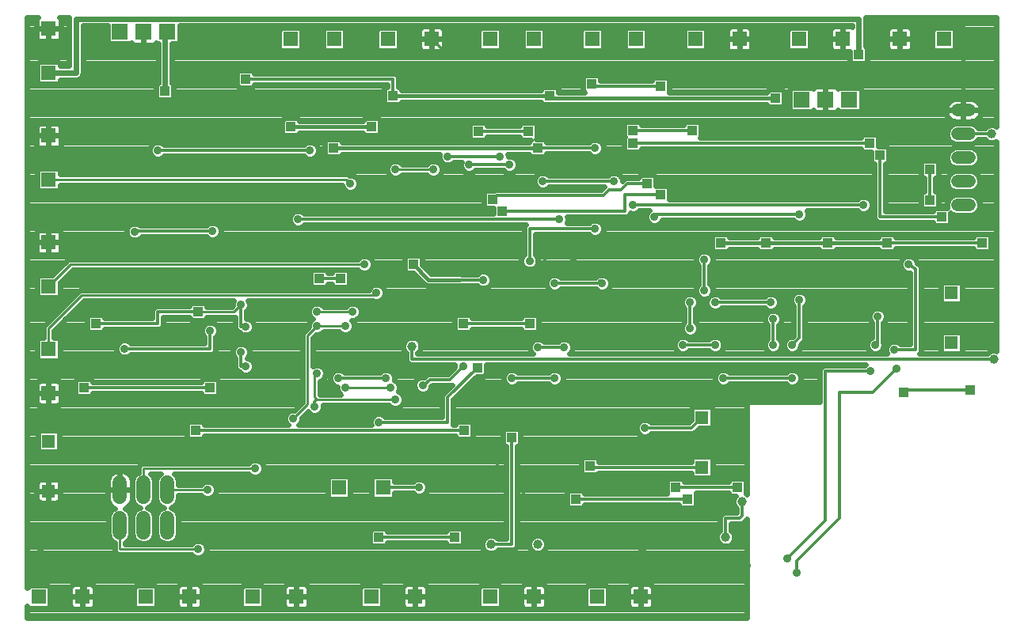
<source format=gbl>
G75*
%MOIN*%
%OFA0B0*%
%FSLAX25Y25*%
%IPPOS*%
%LPD*%
%AMOC8*
5,1,8,0,0,1.08239X$1,22.5*
%
%ADD10C,0.05200*%
%ADD11R,0.05543X0.05543*%
%ADD12R,0.06750X0.06750*%
%ADD13R,0.06150X0.06150*%
%ADD14C,0.03969*%
%ADD15C,0.06000*%
%ADD16C,0.03569*%
%ADD17R,0.03962X0.03962*%
%ADD18C,0.01200*%
%ADD19C,0.01600*%
%ADD20C,0.02400*%
%ADD21C,0.01000*%
%ADD22C,0.03962*%
D10*
X0399200Y0188495D02*
X0404400Y0188495D01*
X0404400Y0198495D02*
X0399200Y0198495D01*
X0399200Y0208495D02*
X0404400Y0208495D01*
X0404400Y0218495D02*
X0399200Y0218495D01*
X0399200Y0228495D02*
X0404400Y0228495D01*
D11*
X0396800Y0151495D03*
X0396800Y0130495D03*
X0291800Y0098995D03*
X0291800Y0077995D03*
X0016800Y0067995D03*
X0016800Y0088995D03*
D12*
X0046800Y0261495D03*
X0056800Y0261495D03*
X0066800Y0261495D03*
X0333800Y0232995D03*
X0343800Y0232995D03*
X0353800Y0232995D03*
D13*
X0351052Y0258495D03*
X0332548Y0258495D03*
X0307552Y0258495D03*
X0289048Y0258495D03*
X0264052Y0258495D03*
X0245548Y0258495D03*
X0221052Y0258495D03*
X0202548Y0258495D03*
X0178052Y0258495D03*
X0159548Y0258495D03*
X0137052Y0258495D03*
X0118548Y0258495D03*
X0016800Y0262747D03*
X0016800Y0244243D03*
X0016800Y0217747D03*
X0016800Y0199243D03*
X0016800Y0172747D03*
X0016800Y0154243D03*
X0016800Y0127747D03*
X0016800Y0109243D03*
X0139048Y0069495D03*
X0157552Y0069495D03*
X0152548Y0023495D03*
X0171052Y0023495D03*
X0202548Y0023495D03*
X0221052Y0023495D03*
X0247548Y0023495D03*
X0266052Y0023495D03*
X0121052Y0023495D03*
X0102548Y0023495D03*
X0076052Y0023495D03*
X0057548Y0023495D03*
X0031052Y0023495D03*
X0012548Y0023495D03*
X0375048Y0258495D03*
X0393552Y0258495D03*
D14*
X0222643Y0045495D03*
X0202957Y0045495D03*
D15*
X0066800Y0050495D02*
X0066800Y0056495D01*
X0056800Y0056495D02*
X0056800Y0050495D01*
X0046800Y0050495D02*
X0046800Y0056495D01*
X0046800Y0065495D02*
X0046800Y0071495D01*
X0056800Y0071495D02*
X0056800Y0065495D01*
X0066800Y0065495D02*
X0066800Y0071495D01*
D16*
X0083800Y0068495D03*
X0103800Y0077495D03*
X0119800Y0098495D03*
X0128800Y0103495D03*
X0141800Y0111495D03*
X0138800Y0115495D03*
X0129800Y0117495D03*
X0129800Y0137495D03*
X0129800Y0143495D03*
X0141800Y0137495D03*
X0144800Y0143495D03*
X0154800Y0151495D03*
X0149800Y0163495D03*
X0121800Y0182495D03*
X0143800Y0197495D03*
X0162800Y0203495D03*
X0178800Y0203495D03*
X0184800Y0208995D03*
X0193800Y0205495D03*
X0206800Y0208995D03*
X0210800Y0205495D03*
X0224800Y0198495D03*
X0246800Y0212495D03*
X0254800Y0198495D03*
X0262800Y0188495D03*
X0271800Y0183495D03*
X0246800Y0178495D03*
X0231800Y0182495D03*
X0237800Y0166495D03*
X0225800Y0163495D03*
X0219300Y0164995D03*
X0229800Y0155495D03*
X0222800Y0147995D03*
X0199800Y0156995D03*
X0194300Y0147995D03*
X0222800Y0128495D03*
X0233800Y0128495D03*
X0229800Y0115495D03*
X0211800Y0115495D03*
X0191300Y0120495D03*
X0174300Y0112495D03*
X0162800Y0106495D03*
X0160800Y0111495D03*
X0158800Y0115495D03*
X0155800Y0096995D03*
X0172800Y0069495D03*
X0099800Y0120495D03*
X0097800Y0126495D03*
X0099800Y0137235D03*
X0097800Y0146495D03*
X0084800Y0135495D03*
X0048800Y0127995D03*
X0053060Y0177235D03*
X0085800Y0177495D03*
X0062800Y0211495D03*
X0071800Y0220495D03*
X0092800Y0218495D03*
X0126800Y0211495D03*
X0249800Y0155495D03*
X0286800Y0147495D03*
X0292800Y0152495D03*
X0297300Y0147495D03*
X0286800Y0136495D03*
X0283800Y0129495D03*
X0297300Y0129495D03*
X0300800Y0115495D03*
X0321800Y0129495D03*
X0329800Y0129495D03*
X0321800Y0140495D03*
X0320800Y0147495D03*
X0332800Y0148495D03*
X0365800Y0141495D03*
X0364800Y0129495D03*
X0372800Y0127495D03*
X0373800Y0119495D03*
X0362800Y0118495D03*
X0329800Y0115495D03*
X0309800Y0090495D03*
X0276800Y0090495D03*
X0267800Y0094495D03*
X0266800Y0043495D03*
X0310800Y0036495D03*
X0327800Y0039495D03*
X0331800Y0033495D03*
X0378800Y0163495D03*
X0359800Y0188495D03*
X0332800Y0184495D03*
X0292800Y0165495D03*
X0079800Y0043495D03*
X0013300Y0041995D03*
D17*
X0078800Y0093495D03*
X0084800Y0111495D03*
X0036800Y0138495D03*
X0031800Y0111495D03*
X0079800Y0143495D03*
X0130800Y0157495D03*
X0139800Y0157495D03*
X0170300Y0163495D03*
X0191300Y0138495D03*
X0197300Y0119995D03*
X0219300Y0138495D03*
X0207800Y0185995D03*
X0203800Y0190995D03*
X0222800Y0212495D03*
X0218800Y0219495D03*
X0197800Y0219495D03*
X0227800Y0234495D03*
X0245300Y0239495D03*
X0262800Y0219995D03*
X0262800Y0214495D03*
X0268800Y0197495D03*
X0274300Y0192995D03*
X0299800Y0172495D03*
X0318800Y0172495D03*
X0344800Y0172495D03*
X0369800Y0172495D03*
X0392800Y0183495D03*
X0387800Y0190495D03*
X0387800Y0203495D03*
X0366800Y0209495D03*
X0362300Y0214495D03*
X0322800Y0233495D03*
X0287800Y0219995D03*
X0274300Y0238495D03*
X0357800Y0251995D03*
X0409800Y0172495D03*
X0404800Y0110495D03*
X0376800Y0109495D03*
X0306800Y0069495D03*
X0285800Y0064495D03*
X0280800Y0069495D03*
X0260800Y0070495D03*
X0244800Y0078495D03*
X0238800Y0064495D03*
X0216800Y0061495D03*
X0201800Y0074495D03*
X0205800Y0086495D03*
X0211800Y0090495D03*
X0191800Y0093495D03*
X0187800Y0048495D03*
X0155800Y0048495D03*
X0136800Y0212495D03*
X0152800Y0221495D03*
X0161800Y0234495D03*
X0118800Y0221495D03*
X0099800Y0241495D03*
X0065800Y0236495D03*
D18*
X0071800Y0220495D02*
X0071800Y0218495D01*
X0092800Y0218495D01*
X0071800Y0218495D02*
X0026548Y0218495D01*
X0025800Y0217747D01*
X0016800Y0217747D01*
X0062800Y0211495D02*
X0126800Y0211495D01*
X0161800Y0234495D02*
X0161800Y0241495D01*
X0099800Y0241495D01*
X0178052Y0258495D02*
X0185052Y0251495D01*
X0307552Y0251495D01*
X0351300Y0251495D01*
X0351300Y0258247D01*
X0351052Y0258495D01*
X0307552Y0258495D02*
X0307552Y0251495D01*
X0274300Y0238495D02*
X0246300Y0238495D01*
X0245300Y0239495D01*
X0262800Y0219995D02*
X0287800Y0219995D01*
X0262800Y0214495D02*
X0362300Y0214495D01*
X0366800Y0209495D02*
X0366800Y0183495D01*
X0392800Y0183495D01*
X0387800Y0190495D02*
X0387800Y0203495D01*
X0401800Y0218495D02*
X0413800Y0218495D01*
X0359800Y0188495D02*
X0262800Y0188495D01*
X0259300Y0185995D02*
X0259300Y0192995D01*
X0274300Y0192995D01*
X0268800Y0197495D02*
X0260300Y0197495D01*
X0257800Y0194995D01*
X0252800Y0194995D01*
X0250300Y0192495D01*
X0205300Y0192495D01*
X0203800Y0190995D01*
X0207800Y0185995D02*
X0259300Y0185995D01*
X0271800Y0183495D02*
X0272800Y0184495D01*
X0332800Y0184495D01*
X0369800Y0172495D02*
X0409800Y0172495D01*
X0381800Y0161495D02*
X0378800Y0163495D01*
X0381800Y0161495D02*
X0381800Y0127495D01*
X0372800Y0127495D01*
X0365800Y0130495D02*
X0364800Y0129495D01*
X0365800Y0130495D02*
X0365800Y0141495D01*
X0362800Y0118495D02*
X0343800Y0118495D01*
X0343800Y0055495D01*
X0327800Y0039495D01*
X0331800Y0038495D02*
X0349800Y0056495D01*
X0349800Y0109495D01*
X0363800Y0109495D01*
X0373800Y0119495D01*
X0377800Y0110495D02*
X0404800Y0110495D01*
X0414800Y0123495D02*
X0169800Y0123495D01*
X0169800Y0128995D01*
X0177300Y0114995D02*
X0174800Y0112495D01*
X0174300Y0112495D01*
X0177300Y0114995D02*
X0185800Y0114995D01*
X0191300Y0120495D01*
X0197300Y0119995D02*
X0184800Y0107495D01*
X0184800Y0096995D01*
X0155800Y0096995D01*
X0158800Y0115495D02*
X0138800Y0115495D01*
X0129800Y0106495D02*
X0128800Y0105495D01*
X0128800Y0103495D01*
X0099800Y0120495D02*
X0097800Y0120495D01*
X0097800Y0126495D01*
X0084800Y0127995D02*
X0084800Y0135495D01*
X0084800Y0127995D02*
X0048800Y0127995D01*
X0036800Y0138495D02*
X0062800Y0138495D01*
X0062800Y0143495D01*
X0079800Y0143495D01*
X0097800Y0146495D02*
X0097800Y0137235D01*
X0099800Y0137235D01*
X0130800Y0157495D02*
X0139800Y0157495D01*
X0121800Y0182495D02*
X0231800Y0182495D01*
X0219300Y0178495D02*
X0246800Y0178495D01*
X0237800Y0166495D02*
X0225800Y0166495D01*
X0225800Y0163495D01*
X0219300Y0164995D02*
X0219300Y0178495D01*
X0199800Y0156995D02*
X0189800Y0156995D01*
X0194300Y0147995D02*
X0222800Y0147995D01*
X0219300Y0138495D02*
X0191300Y0138495D01*
X0222800Y0128495D02*
X0233800Y0128495D01*
X0229800Y0115495D02*
X0211800Y0115495D01*
X0191800Y0093495D02*
X0078800Y0093495D01*
X0084800Y0111495D02*
X0031800Y0111495D01*
X0053060Y0177235D02*
X0053320Y0177495D01*
X0085800Y0177495D01*
X0184800Y0208995D02*
X0206800Y0208995D01*
X0210800Y0205495D02*
X0193800Y0205495D01*
X0197800Y0219495D02*
X0218800Y0219495D01*
X0222800Y0212495D02*
X0246800Y0212495D01*
X0254800Y0198495D02*
X0224800Y0198495D01*
X0229800Y0155495D02*
X0249800Y0155495D01*
X0248800Y0156495D01*
X0286800Y0147495D02*
X0286800Y0136495D01*
X0283800Y0129495D02*
X0297300Y0129495D01*
X0300800Y0115495D02*
X0329800Y0115495D01*
X0329800Y0129495D02*
X0332800Y0132495D01*
X0332800Y0148495D01*
X0320800Y0147495D02*
X0297300Y0147495D01*
X0292800Y0152495D02*
X0292800Y0165495D01*
X0321800Y0140495D02*
X0321800Y0129495D01*
X0291800Y0098995D02*
X0287300Y0094495D01*
X0267800Y0094495D01*
X0276800Y0090495D02*
X0309800Y0090495D01*
X0291800Y0077995D02*
X0245300Y0077995D01*
X0244800Y0078495D01*
X0260800Y0070495D02*
X0260800Y0069495D01*
X0217800Y0069495D01*
X0216800Y0068495D01*
X0216800Y0061495D01*
X0205800Y0074495D02*
X0201800Y0074495D01*
X0205800Y0074495D02*
X0205800Y0086495D01*
X0211800Y0090495D02*
X0211800Y0045495D01*
X0202957Y0045495D01*
X0187800Y0048495D02*
X0155800Y0048495D01*
X0157552Y0069495D02*
X0172800Y0069495D01*
X0238800Y0064495D02*
X0285800Y0064495D01*
X0280800Y0069495D02*
X0306800Y0069495D01*
X0308800Y0063495D02*
X0308800Y0057495D01*
X0307800Y0056495D01*
X0301800Y0056495D01*
X0301800Y0048495D01*
X0310800Y0036495D02*
X0273800Y0036495D01*
X0266800Y0043495D01*
X0331800Y0038495D02*
X0331800Y0033495D01*
X0376800Y0109495D02*
X0377800Y0110495D01*
X0032300Y0041495D02*
X0032300Y0025995D01*
X0031052Y0024747D01*
X0031052Y0023495D01*
X0032300Y0041495D02*
X0031800Y0041995D01*
X0013300Y0041995D01*
D19*
X0170300Y0163495D02*
X0176800Y0156995D01*
X0189800Y0156995D01*
X0222800Y0212495D02*
X0136800Y0212495D01*
X0152800Y0221495D02*
X0118800Y0221495D01*
X0161800Y0234495D02*
X0227800Y0234495D01*
X0227800Y0233495D01*
X0322800Y0233495D01*
X0362800Y0258495D02*
X0362800Y0264495D01*
X0401800Y0264495D01*
X0401800Y0228495D01*
X0375048Y0258495D02*
X0362800Y0258495D01*
X0369800Y0172495D02*
X0344800Y0172495D01*
X0318800Y0172495D01*
X0299800Y0172495D01*
D20*
X0007800Y0019689D02*
X0007800Y0014495D01*
X0310800Y0014495D01*
X0310800Y0056242D01*
X0309753Y0055195D01*
X0308753Y0054195D01*
X0304100Y0054195D01*
X0304100Y0051401D01*
X0304921Y0050580D01*
X0305481Y0049227D01*
X0305481Y0047763D01*
X0304921Y0046410D01*
X0303885Y0045374D01*
X0302532Y0044814D01*
X0301068Y0044814D01*
X0299715Y0045374D01*
X0298679Y0046410D01*
X0298119Y0047763D01*
X0298119Y0049227D01*
X0298679Y0050580D01*
X0299500Y0051401D01*
X0299500Y0057447D01*
X0300847Y0058795D01*
X0306500Y0058795D01*
X0306500Y0060589D01*
X0305679Y0061410D01*
X0305119Y0062763D01*
X0305119Y0064227D01*
X0305679Y0065580D01*
X0305913Y0065814D01*
X0304115Y0065814D01*
X0303119Y0066810D01*
X0303119Y0067195D01*
X0289466Y0067195D01*
X0289481Y0067180D01*
X0289481Y0061810D01*
X0288485Y0060814D01*
X0283115Y0060814D01*
X0282119Y0061810D01*
X0282119Y0062195D01*
X0242481Y0062195D01*
X0242481Y0061810D01*
X0241485Y0060814D01*
X0236115Y0060814D01*
X0235119Y0061810D01*
X0235119Y0067180D01*
X0236115Y0068176D01*
X0241485Y0068176D01*
X0242481Y0067180D01*
X0242481Y0066795D01*
X0277134Y0066795D01*
X0277119Y0066810D01*
X0277119Y0072180D01*
X0278115Y0073176D01*
X0283485Y0073176D01*
X0284481Y0072180D01*
X0284481Y0071795D01*
X0303119Y0071795D01*
X0303119Y0072180D01*
X0304115Y0073176D01*
X0309485Y0073176D01*
X0310481Y0072180D01*
X0310481Y0066810D01*
X0310462Y0066791D01*
X0310800Y0066651D01*
X0310800Y0105495D01*
X0315004Y0105495D01*
X0315255Y0105599D01*
X0341500Y0105599D01*
X0341500Y0119447D01*
X0342847Y0120795D01*
X0360173Y0120795D01*
X0360573Y0121195D01*
X0200981Y0121195D01*
X0200981Y0117310D01*
X0199985Y0116314D01*
X0196872Y0116314D01*
X0187100Y0106542D01*
X0187100Y0096042D01*
X0186853Y0095795D01*
X0188119Y0095795D01*
X0188119Y0096180D01*
X0189115Y0097176D01*
X0194485Y0097176D01*
X0195481Y0096180D01*
X0195481Y0090810D01*
X0194485Y0089814D01*
X0189115Y0089814D01*
X0188119Y0090810D01*
X0188119Y0091195D01*
X0082481Y0091195D01*
X0082481Y0090810D01*
X0081485Y0089814D01*
X0076115Y0089814D01*
X0075119Y0090810D01*
X0075119Y0096180D01*
X0076115Y0097176D01*
X0081485Y0097176D01*
X0082481Y0096180D01*
X0082481Y0095795D01*
X0117573Y0095795D01*
X0116846Y0096521D01*
X0116316Y0097802D01*
X0116316Y0099188D01*
X0116846Y0100468D01*
X0117826Y0101449D01*
X0119107Y0101979D01*
X0120173Y0101979D01*
X0123600Y0105406D01*
X0123600Y0134406D01*
X0126316Y0137122D01*
X0126316Y0138188D01*
X0126846Y0139468D01*
X0127826Y0140449D01*
X0127938Y0140495D01*
X0127826Y0140541D01*
X0126846Y0141521D01*
X0126316Y0142802D01*
X0126316Y0144188D01*
X0126846Y0145468D01*
X0127826Y0146449D01*
X0129107Y0146979D01*
X0130493Y0146979D01*
X0131774Y0146449D01*
X0132527Y0145695D01*
X0142073Y0145695D01*
X0142826Y0146449D01*
X0144107Y0146979D01*
X0145493Y0146979D01*
X0146774Y0146449D01*
X0147754Y0145468D01*
X0148284Y0144188D01*
X0148284Y0142802D01*
X0147754Y0141521D01*
X0146774Y0140541D01*
X0145493Y0140011D01*
X0144212Y0140011D01*
X0144754Y0139468D01*
X0145284Y0138188D01*
X0145284Y0136802D01*
X0144754Y0135521D01*
X0143774Y0134541D01*
X0142493Y0134011D01*
X0141107Y0134011D01*
X0139826Y0134541D01*
X0139073Y0135295D01*
X0132527Y0135295D01*
X0131774Y0134541D01*
X0130493Y0134011D01*
X0129427Y0134011D01*
X0128000Y0132584D01*
X0128000Y0120521D01*
X0129107Y0120979D01*
X0130493Y0120979D01*
X0131774Y0120449D01*
X0132754Y0119468D01*
X0133284Y0118188D01*
X0133284Y0116802D01*
X0132754Y0115521D01*
X0131774Y0114541D01*
X0131000Y0114221D01*
X0131000Y0108695D01*
X0139673Y0108695D01*
X0138846Y0109521D01*
X0138316Y0110802D01*
X0138316Y0112011D01*
X0138107Y0112011D01*
X0136826Y0112541D01*
X0135846Y0113521D01*
X0135316Y0114802D01*
X0135316Y0116188D01*
X0135846Y0117468D01*
X0136826Y0118449D01*
X0138107Y0118979D01*
X0139493Y0118979D01*
X0140774Y0118449D01*
X0141427Y0117795D01*
X0156173Y0117795D01*
X0156826Y0118449D01*
X0158107Y0118979D01*
X0159493Y0118979D01*
X0160774Y0118449D01*
X0161754Y0117468D01*
X0162284Y0116188D01*
X0162284Y0114802D01*
X0162231Y0114673D01*
X0162774Y0114449D01*
X0163754Y0113468D01*
X0164284Y0112188D01*
X0164284Y0110802D01*
X0163878Y0109820D01*
X0164774Y0109449D01*
X0165754Y0108468D01*
X0166284Y0107188D01*
X0166284Y0105802D01*
X0165754Y0104521D01*
X0164774Y0103541D01*
X0163493Y0103011D01*
X0162107Y0103011D01*
X0160826Y0103541D01*
X0160073Y0104295D01*
X0132240Y0104295D01*
X0132284Y0104188D01*
X0132284Y0102802D01*
X0131754Y0101521D01*
X0130774Y0100541D01*
X0129493Y0100011D01*
X0128107Y0100011D01*
X0126826Y0100541D01*
X0125892Y0101475D01*
X0123284Y0098868D01*
X0123284Y0097802D01*
X0122754Y0096521D01*
X0122027Y0095795D01*
X0152526Y0095795D01*
X0152316Y0096302D01*
X0152316Y0097688D01*
X0152846Y0098968D01*
X0153826Y0099949D01*
X0155107Y0100479D01*
X0156493Y0100479D01*
X0157774Y0099949D01*
X0158427Y0099295D01*
X0182500Y0099295D01*
X0182500Y0108447D01*
X0183847Y0109795D01*
X0186747Y0112695D01*
X0178253Y0112695D01*
X0177784Y0112226D01*
X0177784Y0111802D01*
X0177254Y0110521D01*
X0176274Y0109541D01*
X0174993Y0109011D01*
X0173607Y0109011D01*
X0172326Y0109541D01*
X0171346Y0110521D01*
X0170816Y0111802D01*
X0170816Y0113188D01*
X0171346Y0114468D01*
X0172326Y0115449D01*
X0173607Y0115979D01*
X0174993Y0115979D01*
X0175020Y0115968D01*
X0176347Y0117295D01*
X0184847Y0117295D01*
X0187816Y0120263D01*
X0187816Y0121188D01*
X0187819Y0121195D01*
X0168847Y0121195D01*
X0167500Y0122542D01*
X0167500Y0126089D01*
X0166679Y0126910D01*
X0166119Y0128263D01*
X0166119Y0129727D01*
X0166679Y0131080D01*
X0167715Y0132115D01*
X0169068Y0132676D01*
X0170532Y0132676D01*
X0171885Y0132115D01*
X0172921Y0131080D01*
X0173481Y0129727D01*
X0173481Y0128263D01*
X0172921Y0126910D01*
X0172100Y0126089D01*
X0172100Y0125795D01*
X0220573Y0125795D01*
X0219846Y0126521D01*
X0219316Y0127802D01*
X0219316Y0129188D01*
X0219846Y0130468D01*
X0220826Y0131449D01*
X0222107Y0131979D01*
X0223493Y0131979D01*
X0224774Y0131449D01*
X0225427Y0130795D01*
X0231173Y0130795D01*
X0231826Y0131449D01*
X0233107Y0131979D01*
X0234493Y0131979D01*
X0235774Y0131449D01*
X0236754Y0130468D01*
X0237284Y0129188D01*
X0237284Y0127802D01*
X0236754Y0126521D01*
X0236027Y0125795D01*
X0369733Y0125795D01*
X0369316Y0126802D01*
X0369316Y0128188D01*
X0369846Y0129468D01*
X0370826Y0130449D01*
X0372107Y0130979D01*
X0373493Y0130979D01*
X0374774Y0130449D01*
X0375427Y0129795D01*
X0379500Y0129795D01*
X0379500Y0160013D01*
X0379493Y0160011D01*
X0378107Y0160011D01*
X0376826Y0160541D01*
X0375846Y0161521D01*
X0375316Y0162802D01*
X0375316Y0164188D01*
X0375846Y0165468D01*
X0376826Y0166449D01*
X0378107Y0166979D01*
X0379493Y0166979D01*
X0380774Y0166449D01*
X0381754Y0165468D01*
X0382284Y0164188D01*
X0382284Y0163936D01*
X0382496Y0163795D01*
X0382753Y0163795D01*
X0383265Y0163282D01*
X0383868Y0162880D01*
X0383919Y0162629D01*
X0384100Y0162447D01*
X0384100Y0161723D01*
X0384242Y0161012D01*
X0384100Y0160798D01*
X0384100Y0126542D01*
X0383353Y0125795D01*
X0411894Y0125795D01*
X0412715Y0126615D01*
X0414068Y0127176D01*
X0415532Y0127176D01*
X0415800Y0127065D01*
X0415800Y0215339D01*
X0414532Y0214814D01*
X0413068Y0214814D01*
X0411715Y0215374D01*
X0410894Y0216195D01*
X0408102Y0216195D01*
X0408045Y0216059D01*
X0406836Y0214849D01*
X0405255Y0214195D01*
X0398345Y0214195D01*
X0396764Y0214849D01*
X0395555Y0216059D01*
X0394900Y0217639D01*
X0394900Y0219350D01*
X0395555Y0220931D01*
X0396764Y0222140D01*
X0398345Y0222795D01*
X0405255Y0222795D01*
X0406836Y0222140D01*
X0408045Y0220931D01*
X0408102Y0220795D01*
X0410894Y0220795D01*
X0411715Y0221615D01*
X0413068Y0222176D01*
X0414532Y0222176D01*
X0415800Y0221651D01*
X0415800Y0267495D01*
X0360700Y0267495D01*
X0360700Y0255461D01*
X0361481Y0254680D01*
X0361481Y0249310D01*
X0360485Y0248314D01*
X0355115Y0248314D01*
X0354119Y0249310D01*
X0354119Y0253220D01*
X0351052Y0253220D01*
X0351052Y0258495D01*
X0351052Y0258495D01*
X0351052Y0263770D01*
X0354417Y0263770D01*
X0354900Y0263640D01*
X0354900Y0264095D01*
X0071875Y0264095D01*
X0071875Y0257416D01*
X0070879Y0256420D01*
X0068700Y0256420D01*
X0068700Y0239961D01*
X0069481Y0239180D01*
X0069481Y0233810D01*
X0068485Y0232814D01*
X0063115Y0232814D01*
X0062119Y0233810D01*
X0062119Y0239180D01*
X0062900Y0239961D01*
X0062900Y0256420D01*
X0062721Y0256420D01*
X0062095Y0257046D01*
X0061935Y0256769D01*
X0061526Y0256359D01*
X0061024Y0256070D01*
X0060465Y0255920D01*
X0056800Y0255920D01*
X0056800Y0261495D01*
X0056800Y0261495D01*
X0056800Y0255920D01*
X0053135Y0255920D01*
X0052576Y0256070D01*
X0052074Y0256359D01*
X0051665Y0256769D01*
X0051505Y0257046D01*
X0050879Y0256420D01*
X0042721Y0256420D01*
X0041725Y0257416D01*
X0041725Y0264095D01*
X0031200Y0264095D01*
X0031200Y0243666D01*
X0030758Y0242600D01*
X0029943Y0241784D01*
X0028877Y0241343D01*
X0021575Y0241343D01*
X0021575Y0240464D01*
X0020579Y0239468D01*
X0013021Y0239468D01*
X0012025Y0240464D01*
X0012025Y0248022D01*
X0013021Y0249018D01*
X0020579Y0249018D01*
X0021575Y0248022D01*
X0021575Y0247143D01*
X0025400Y0247143D01*
X0025400Y0267495D01*
X0021313Y0267495D01*
X0021635Y0267173D01*
X0021925Y0266671D01*
X0022075Y0266111D01*
X0022075Y0262747D01*
X0016800Y0262747D01*
X0016800Y0262747D01*
X0016800Y0262747D01*
X0011525Y0262747D01*
X0011525Y0266111D01*
X0011675Y0266671D01*
X0011965Y0267173D01*
X0012287Y0267495D01*
X0007800Y0267495D01*
X0007800Y0027301D01*
X0008769Y0028270D01*
X0016327Y0028270D01*
X0017323Y0027274D01*
X0017323Y0019716D01*
X0016327Y0018720D01*
X0008769Y0018720D01*
X0007800Y0019689D01*
X0007800Y0018089D02*
X0310800Y0018089D01*
X0310800Y0020487D02*
X0271327Y0020487D01*
X0271327Y0020130D02*
X0271327Y0023495D01*
X0271327Y0026859D01*
X0271177Y0027419D01*
X0270887Y0027921D01*
X0270478Y0028330D01*
X0269976Y0028620D01*
X0269417Y0028770D01*
X0266052Y0028770D01*
X0266052Y0023495D01*
X0266052Y0023495D01*
X0266052Y0028770D01*
X0262687Y0028770D01*
X0262128Y0028620D01*
X0261626Y0028330D01*
X0261216Y0027921D01*
X0260927Y0027419D01*
X0260777Y0026859D01*
X0260777Y0023495D01*
X0266052Y0023495D01*
X0271327Y0023495D01*
X0266052Y0023495D01*
X0266052Y0023495D01*
X0266052Y0023495D01*
X0266052Y0018220D01*
X0269417Y0018220D01*
X0269976Y0018370D01*
X0270478Y0018659D01*
X0270887Y0019069D01*
X0271177Y0019571D01*
X0271327Y0020130D01*
X0271327Y0022886D02*
X0310800Y0022886D01*
X0310800Y0025284D02*
X0271327Y0025284D01*
X0271025Y0027683D02*
X0310800Y0027683D01*
X0310800Y0030081D02*
X0007800Y0030081D01*
X0007800Y0027683D02*
X0008182Y0027683D01*
X0007800Y0032480D02*
X0310800Y0032480D01*
X0310800Y0034878D02*
X0007800Y0034878D01*
X0007800Y0037277D02*
X0310800Y0037277D01*
X0310800Y0039675D02*
X0007800Y0039675D01*
X0007800Y0042074D02*
X0045110Y0042074D01*
X0044600Y0042584D02*
X0045889Y0041295D01*
X0077073Y0041295D01*
X0077826Y0040541D01*
X0079107Y0040011D01*
X0080493Y0040011D01*
X0081774Y0040541D01*
X0082754Y0041521D01*
X0083284Y0042802D01*
X0083284Y0044188D01*
X0082754Y0045468D01*
X0081774Y0046449D01*
X0080493Y0046979D01*
X0079107Y0046979D01*
X0077826Y0046449D01*
X0077073Y0045695D01*
X0049000Y0045695D01*
X0049000Y0046319D01*
X0049462Y0046510D01*
X0050784Y0047832D01*
X0051500Y0049560D01*
X0051500Y0057430D01*
X0050784Y0059157D01*
X0049462Y0060479D01*
X0048882Y0060720D01*
X0049525Y0061047D01*
X0050188Y0061528D01*
X0050766Y0062107D01*
X0051247Y0062769D01*
X0051619Y0063499D01*
X0051872Y0064277D01*
X0052000Y0065086D01*
X0052000Y0068495D01*
X0052000Y0071904D01*
X0051872Y0072712D01*
X0051619Y0073491D01*
X0051247Y0074220D01*
X0050766Y0074882D01*
X0050188Y0075461D01*
X0049525Y0075942D01*
X0048796Y0076314D01*
X0048018Y0076567D01*
X0047209Y0076695D01*
X0046800Y0076695D01*
X0046800Y0068495D01*
X0046800Y0068495D01*
X0046800Y0076695D01*
X0046391Y0076695D01*
X0045582Y0076567D01*
X0044804Y0076314D01*
X0044075Y0075942D01*
X0043412Y0075461D01*
X0042834Y0074882D01*
X0042353Y0074220D01*
X0041981Y0073491D01*
X0041728Y0072712D01*
X0041600Y0071904D01*
X0041600Y0068495D01*
X0046800Y0068495D01*
X0052000Y0068495D01*
X0046800Y0068495D01*
X0046800Y0068495D01*
X0046800Y0068495D01*
X0041600Y0068495D01*
X0041600Y0065086D01*
X0041728Y0064277D01*
X0041981Y0063499D01*
X0042353Y0062769D01*
X0042834Y0062107D01*
X0043412Y0061528D01*
X0044075Y0061047D01*
X0044718Y0060720D01*
X0044138Y0060479D01*
X0042816Y0059157D01*
X0042100Y0057430D01*
X0042100Y0049560D01*
X0042816Y0047832D01*
X0044138Y0046510D01*
X0044600Y0046319D01*
X0044600Y0042584D01*
X0044600Y0044472D02*
X0007800Y0044472D01*
X0007800Y0046871D02*
X0043777Y0046871D01*
X0042220Y0049270D02*
X0007800Y0049270D01*
X0007800Y0051668D02*
X0042100Y0051668D01*
X0042100Y0054067D02*
X0007800Y0054067D01*
X0007800Y0056465D02*
X0042100Y0056465D01*
X0042694Y0058864D02*
X0007800Y0058864D01*
X0007800Y0061262D02*
X0043779Y0061262D01*
X0041928Y0063661D02*
X0021120Y0063661D01*
X0020922Y0063463D02*
X0021332Y0063872D01*
X0021622Y0064374D01*
X0021772Y0064934D01*
X0021772Y0067995D01*
X0021772Y0071056D01*
X0021622Y0071616D01*
X0021332Y0072117D01*
X0020922Y0072527D01*
X0020421Y0072817D01*
X0019861Y0072966D01*
X0016800Y0072966D01*
X0016800Y0067995D01*
X0016800Y0067995D01*
X0016800Y0072966D01*
X0013739Y0072966D01*
X0013179Y0072817D01*
X0012678Y0072527D01*
X0012268Y0072117D01*
X0011978Y0071616D01*
X0011828Y0071056D01*
X0011828Y0067995D01*
X0016800Y0067995D01*
X0021772Y0067995D01*
X0016800Y0067995D01*
X0016800Y0067995D01*
X0016800Y0067995D01*
X0011828Y0067995D01*
X0011828Y0064934D01*
X0011978Y0064374D01*
X0012268Y0063872D01*
X0012678Y0063463D01*
X0013179Y0063173D01*
X0013739Y0063023D01*
X0016800Y0063023D01*
X0019861Y0063023D01*
X0020421Y0063173D01*
X0020922Y0063463D01*
X0021772Y0066059D02*
X0041600Y0066059D01*
X0041600Y0068458D02*
X0021772Y0068458D01*
X0021772Y0070856D02*
X0041600Y0070856D01*
X0041904Y0073255D02*
X0007800Y0073255D01*
X0007800Y0075653D02*
X0043677Y0075653D01*
X0046800Y0075653D02*
X0046800Y0075653D01*
X0046800Y0073255D02*
X0046800Y0073255D01*
X0046800Y0070856D02*
X0046800Y0070856D01*
X0052000Y0070856D02*
X0052100Y0070856D01*
X0052100Y0072430D02*
X0052100Y0064560D01*
X0052816Y0062832D01*
X0054138Y0061510D01*
X0055382Y0060995D01*
X0054138Y0060479D01*
X0052816Y0059157D01*
X0052100Y0057430D01*
X0052100Y0049560D01*
X0052816Y0047832D01*
X0054138Y0046510D01*
X0055865Y0045795D01*
X0057735Y0045795D01*
X0059462Y0046510D01*
X0060784Y0047832D01*
X0061500Y0049560D01*
X0061500Y0057430D01*
X0060784Y0059157D01*
X0059462Y0060479D01*
X0058218Y0060995D01*
X0059462Y0061510D01*
X0060784Y0062832D01*
X0061500Y0064560D01*
X0061500Y0072430D01*
X0060784Y0074157D01*
X0059647Y0075295D01*
X0063953Y0075295D01*
X0062816Y0074157D01*
X0062100Y0072430D01*
X0062100Y0064560D01*
X0062816Y0062832D01*
X0064138Y0061510D01*
X0065382Y0060995D01*
X0064138Y0060479D01*
X0062816Y0059157D01*
X0062100Y0057430D01*
X0062100Y0049560D01*
X0062816Y0047832D01*
X0064138Y0046510D01*
X0065865Y0045795D01*
X0067735Y0045795D01*
X0069462Y0046510D01*
X0070784Y0047832D01*
X0071500Y0049560D01*
X0071500Y0057430D01*
X0070784Y0059157D01*
X0069462Y0060479D01*
X0068218Y0060995D01*
X0069462Y0061510D01*
X0070784Y0062832D01*
X0071500Y0064560D01*
X0071500Y0066295D01*
X0081073Y0066295D01*
X0081826Y0065541D01*
X0083107Y0065011D01*
X0084493Y0065011D01*
X0085774Y0065541D01*
X0086754Y0066521D01*
X0087284Y0067802D01*
X0087284Y0069188D01*
X0086754Y0070468D01*
X0085774Y0071449D01*
X0084493Y0071979D01*
X0083107Y0071979D01*
X0081826Y0071449D01*
X0081073Y0070695D01*
X0071500Y0070695D01*
X0071500Y0072430D01*
X0070784Y0074157D01*
X0069647Y0075295D01*
X0101073Y0075295D01*
X0101826Y0074541D01*
X0103107Y0074011D01*
X0104493Y0074011D01*
X0105774Y0074541D01*
X0106754Y0075521D01*
X0107284Y0076802D01*
X0107284Y0078188D01*
X0106754Y0079468D01*
X0105774Y0080449D01*
X0104493Y0080979D01*
X0103107Y0080979D01*
X0101826Y0080449D01*
X0101073Y0079695D01*
X0055889Y0079695D01*
X0054600Y0078406D01*
X0054600Y0075671D01*
X0054138Y0075479D01*
X0052816Y0074157D01*
X0052100Y0072430D01*
X0052442Y0073255D02*
X0051696Y0073255D01*
X0049923Y0075653D02*
X0054557Y0075653D01*
X0054600Y0078052D02*
X0007800Y0078052D01*
X0007800Y0080450D02*
X0101830Y0080450D01*
X0105770Y0080450D02*
X0209500Y0080450D01*
X0209500Y0078052D02*
X0107284Y0078052D01*
X0106808Y0075653D02*
X0209500Y0075653D01*
X0209500Y0073255D02*
X0162327Y0073255D01*
X0162327Y0073274D02*
X0161331Y0074270D01*
X0153773Y0074270D01*
X0152777Y0073274D01*
X0152777Y0065716D01*
X0153773Y0064720D01*
X0161331Y0064720D01*
X0162327Y0065716D01*
X0162327Y0067195D01*
X0170173Y0067195D01*
X0170826Y0066541D01*
X0172107Y0066011D01*
X0173493Y0066011D01*
X0174774Y0066541D01*
X0175754Y0067521D01*
X0176284Y0068802D01*
X0176284Y0070188D01*
X0175754Y0071468D01*
X0174774Y0072449D01*
X0173493Y0072979D01*
X0172107Y0072979D01*
X0170826Y0072449D01*
X0170173Y0071795D01*
X0162327Y0071795D01*
X0162327Y0073274D01*
X0152777Y0073255D02*
X0143823Y0073255D01*
X0143823Y0073274D02*
X0142827Y0074270D01*
X0135269Y0074270D01*
X0134273Y0073274D01*
X0134273Y0065716D01*
X0135269Y0064720D01*
X0142827Y0064720D01*
X0143823Y0065716D01*
X0143823Y0073274D01*
X0143823Y0070856D02*
X0152777Y0070856D01*
X0152777Y0068458D02*
X0143823Y0068458D01*
X0143823Y0066059D02*
X0152777Y0066059D01*
X0162327Y0066059D02*
X0171990Y0066059D01*
X0173610Y0066059D02*
X0209500Y0066059D01*
X0209500Y0063661D02*
X0071127Y0063661D01*
X0071500Y0066059D02*
X0081308Y0066059D01*
X0086292Y0066059D02*
X0134273Y0066059D01*
X0134273Y0068458D02*
X0087284Y0068458D01*
X0086366Y0070856D02*
X0134273Y0070856D01*
X0134273Y0073255D02*
X0071158Y0073255D01*
X0071500Y0070856D02*
X0081234Y0070856D01*
X0068863Y0061262D02*
X0209500Y0061262D01*
X0209500Y0058864D02*
X0070906Y0058864D01*
X0071500Y0056465D02*
X0209500Y0056465D01*
X0209500Y0054067D02*
X0071500Y0054067D01*
X0071500Y0051668D02*
X0152607Y0051668D01*
X0152119Y0051180D02*
X0152119Y0045810D01*
X0153115Y0044814D01*
X0158485Y0044814D01*
X0159481Y0045810D01*
X0159481Y0046195D01*
X0184119Y0046195D01*
X0184119Y0045810D01*
X0185115Y0044814D01*
X0190485Y0044814D01*
X0191481Y0045810D01*
X0191481Y0051180D01*
X0190485Y0052176D01*
X0185115Y0052176D01*
X0184119Y0051180D01*
X0184119Y0050795D01*
X0159481Y0050795D01*
X0159481Y0051180D01*
X0158485Y0052176D01*
X0153115Y0052176D01*
X0152119Y0051180D01*
X0152119Y0049270D02*
X0071380Y0049270D01*
X0069823Y0046871D02*
X0078846Y0046871D01*
X0080754Y0046871D02*
X0152119Y0046871D01*
X0158993Y0051668D02*
X0184607Y0051668D01*
X0190993Y0051668D02*
X0209500Y0051668D01*
X0209500Y0049270D02*
X0191481Y0049270D01*
X0191481Y0046871D02*
X0199540Y0046871D01*
X0199273Y0046228D02*
X0199834Y0047582D01*
X0200871Y0048618D01*
X0202225Y0049179D01*
X0203690Y0049179D01*
X0205044Y0048618D01*
X0205868Y0047795D01*
X0209500Y0047795D01*
X0209500Y0086814D01*
X0209115Y0086814D01*
X0208119Y0087810D01*
X0208119Y0093180D01*
X0209115Y0094176D01*
X0214485Y0094176D01*
X0215481Y0093180D01*
X0215481Y0087810D01*
X0214485Y0086814D01*
X0214100Y0086814D01*
X0214100Y0044542D01*
X0212753Y0043195D01*
X0205868Y0043195D01*
X0205044Y0042371D01*
X0203690Y0041811D01*
X0202225Y0041811D01*
X0200871Y0042371D01*
X0199834Y0043408D01*
X0199273Y0044762D01*
X0199273Y0046228D01*
X0199393Y0044472D02*
X0083166Y0044472D01*
X0082983Y0042074D02*
X0201589Y0042074D01*
X0204326Y0042074D02*
X0221274Y0042074D01*
X0221910Y0041811D02*
X0223375Y0041811D01*
X0224729Y0042371D01*
X0225766Y0043408D01*
X0226327Y0044762D01*
X0226327Y0046228D01*
X0225766Y0047582D01*
X0224729Y0048618D01*
X0223375Y0049179D01*
X0221910Y0049179D01*
X0220556Y0048618D01*
X0219519Y0047582D01*
X0218958Y0046228D01*
X0218958Y0044762D01*
X0219519Y0043408D01*
X0220556Y0042371D01*
X0221910Y0041811D01*
X0224011Y0042074D02*
X0310800Y0042074D01*
X0310800Y0044472D02*
X0226207Y0044472D01*
X0226060Y0046871D02*
X0298488Y0046871D01*
X0298137Y0049270D02*
X0214100Y0049270D01*
X0214100Y0051668D02*
X0299500Y0051668D01*
X0299500Y0054067D02*
X0214100Y0054067D01*
X0214100Y0056465D02*
X0299500Y0056465D01*
X0304100Y0054067D02*
X0310800Y0054067D01*
X0310800Y0051668D02*
X0304100Y0051668D01*
X0305463Y0049270D02*
X0310800Y0049270D01*
X0310800Y0046871D02*
X0305112Y0046871D01*
X0306500Y0058864D02*
X0214100Y0058864D01*
X0214100Y0061262D02*
X0235666Y0061262D01*
X0235119Y0063661D02*
X0214100Y0063661D01*
X0214100Y0066059D02*
X0235119Y0066059D01*
X0241934Y0061262D02*
X0282666Y0061262D01*
X0288934Y0061262D02*
X0305827Y0061262D01*
X0305119Y0063661D02*
X0289481Y0063661D01*
X0289481Y0066059D02*
X0303869Y0066059D01*
X0310481Y0068458D02*
X0310800Y0068458D01*
X0310800Y0070856D02*
X0310481Y0070856D01*
X0310800Y0073255D02*
X0214100Y0073255D01*
X0214100Y0075653D02*
X0241275Y0075653D01*
X0241119Y0075810D02*
X0242115Y0074814D01*
X0247485Y0074814D01*
X0248366Y0075695D01*
X0287328Y0075695D01*
X0287328Y0074519D01*
X0288324Y0073523D01*
X0295276Y0073523D01*
X0296272Y0074519D01*
X0296272Y0081471D01*
X0295276Y0082466D01*
X0288324Y0082466D01*
X0287328Y0081471D01*
X0287328Y0080295D01*
X0248481Y0080295D01*
X0248481Y0081180D01*
X0247485Y0082176D01*
X0242115Y0082176D01*
X0241119Y0081180D01*
X0241119Y0075810D01*
X0241119Y0078052D02*
X0214100Y0078052D01*
X0214100Y0080450D02*
X0241119Y0080450D01*
X0248481Y0080450D02*
X0287328Y0080450D01*
X0287328Y0075653D02*
X0248325Y0075653D01*
X0264925Y0092443D02*
X0215481Y0092443D01*
X0215481Y0090044D02*
X0310800Y0090044D01*
X0310800Y0087646D02*
X0215317Y0087646D01*
X0214100Y0085247D02*
X0310800Y0085247D01*
X0310800Y0082849D02*
X0214100Y0082849D01*
X0209500Y0082849D02*
X0007800Y0082849D01*
X0007800Y0085247D02*
X0012600Y0085247D01*
X0012328Y0085519D02*
X0013324Y0084523D01*
X0020276Y0084523D01*
X0021272Y0085519D01*
X0021272Y0092471D01*
X0020276Y0093466D01*
X0013324Y0093466D01*
X0012328Y0092471D01*
X0012328Y0085519D01*
X0012328Y0087646D02*
X0007800Y0087646D01*
X0007800Y0090044D02*
X0012328Y0090044D01*
X0012328Y0092443D02*
X0007800Y0092443D01*
X0007800Y0094841D02*
X0075119Y0094841D01*
X0075119Y0092443D02*
X0021272Y0092443D01*
X0021272Y0090044D02*
X0075884Y0090044D01*
X0081716Y0090044D02*
X0188884Y0090044D01*
X0194716Y0090044D02*
X0208119Y0090044D01*
X0208119Y0092443D02*
X0195481Y0092443D01*
X0195481Y0094841D02*
X0264316Y0094841D01*
X0264316Y0095188D02*
X0264316Y0093802D01*
X0264846Y0092521D01*
X0265826Y0091541D01*
X0267107Y0091011D01*
X0268493Y0091011D01*
X0269774Y0091541D01*
X0270427Y0092195D01*
X0288253Y0092195D01*
X0289600Y0093542D01*
X0290581Y0094523D01*
X0295276Y0094523D01*
X0296272Y0095519D01*
X0296272Y0102471D01*
X0295276Y0103466D01*
X0288324Y0103466D01*
X0287328Y0102471D01*
X0287328Y0097776D01*
X0286347Y0096795D01*
X0270427Y0096795D01*
X0269774Y0097449D01*
X0268493Y0097979D01*
X0267107Y0097979D01*
X0265826Y0097449D01*
X0264846Y0096468D01*
X0264316Y0095188D01*
X0265617Y0097240D02*
X0187100Y0097240D01*
X0187100Y0099638D02*
X0287328Y0099638D01*
X0287328Y0102037D02*
X0187100Y0102037D01*
X0187100Y0104435D02*
X0310800Y0104435D01*
X0310800Y0102037D02*
X0296272Y0102037D01*
X0296272Y0099638D02*
X0310800Y0099638D01*
X0310800Y0097240D02*
X0296272Y0097240D01*
X0295594Y0094841D02*
X0310800Y0094841D01*
X0310800Y0092443D02*
X0288501Y0092443D01*
X0286792Y0097240D02*
X0269983Y0097240D01*
X0296272Y0080450D02*
X0310800Y0080450D01*
X0310800Y0078052D02*
X0296272Y0078052D01*
X0296272Y0075653D02*
X0310800Y0075653D01*
X0277119Y0070856D02*
X0214100Y0070856D01*
X0214100Y0068458D02*
X0277119Y0068458D01*
X0219225Y0046871D02*
X0214100Y0046871D01*
X0214030Y0044472D02*
X0219078Y0044472D01*
X0217687Y0028770D02*
X0217128Y0028620D01*
X0216626Y0028330D01*
X0216216Y0027921D01*
X0215927Y0027419D01*
X0215777Y0026859D01*
X0215777Y0023495D01*
X0221052Y0023495D01*
X0221052Y0023495D01*
X0221052Y0028770D01*
X0224417Y0028770D01*
X0224976Y0028620D01*
X0225478Y0028330D01*
X0225887Y0027921D01*
X0226177Y0027419D01*
X0226327Y0026859D01*
X0226327Y0023495D01*
X0221052Y0023495D01*
X0221052Y0028770D01*
X0217687Y0028770D01*
X0216079Y0027683D02*
X0206914Y0027683D01*
X0207323Y0027274D02*
X0206327Y0028270D01*
X0198769Y0028270D01*
X0197773Y0027274D01*
X0197773Y0019716D01*
X0198769Y0018720D01*
X0206327Y0018720D01*
X0207323Y0019716D01*
X0207323Y0027274D01*
X0207323Y0025284D02*
X0215777Y0025284D01*
X0215777Y0023495D02*
X0215777Y0020130D01*
X0215927Y0019571D01*
X0216216Y0019069D01*
X0216626Y0018659D01*
X0217128Y0018370D01*
X0217687Y0018220D01*
X0221052Y0018220D01*
X0224417Y0018220D01*
X0224976Y0018370D01*
X0225478Y0018659D01*
X0225887Y0019069D01*
X0226177Y0019571D01*
X0226327Y0020130D01*
X0226327Y0023495D01*
X0221052Y0023495D01*
X0221052Y0023495D01*
X0221052Y0023495D01*
X0221052Y0018220D01*
X0221052Y0023495D01*
X0221052Y0023495D01*
X0215777Y0023495D01*
X0215777Y0022886D02*
X0207323Y0022886D01*
X0207323Y0020487D02*
X0215777Y0020487D01*
X0221052Y0020487D02*
X0221052Y0020487D01*
X0221052Y0022886D02*
X0221052Y0022886D01*
X0221052Y0025284D02*
X0221052Y0025284D01*
X0221052Y0027683D02*
X0221052Y0027683D01*
X0226025Y0027683D02*
X0243182Y0027683D01*
X0242773Y0027274D02*
X0242773Y0019716D01*
X0243769Y0018720D01*
X0251327Y0018720D01*
X0252323Y0019716D01*
X0252323Y0027274D01*
X0251327Y0028270D01*
X0243769Y0028270D01*
X0242773Y0027274D01*
X0242773Y0025284D02*
X0226327Y0025284D01*
X0226327Y0022886D02*
X0242773Y0022886D01*
X0242773Y0020487D02*
X0226327Y0020487D01*
X0251914Y0027683D02*
X0261079Y0027683D01*
X0260777Y0025284D02*
X0252323Y0025284D01*
X0252323Y0022886D02*
X0260777Y0022886D01*
X0260777Y0023495D02*
X0260777Y0020130D01*
X0260927Y0019571D01*
X0261216Y0019069D01*
X0261626Y0018659D01*
X0262128Y0018370D01*
X0262687Y0018220D01*
X0266052Y0018220D01*
X0266052Y0023495D01*
X0266052Y0023495D01*
X0260777Y0023495D01*
X0260777Y0020487D02*
X0252323Y0020487D01*
X0266052Y0020487D02*
X0266052Y0020487D01*
X0266052Y0022886D02*
X0266052Y0022886D01*
X0266052Y0025284D02*
X0266052Y0025284D01*
X0266052Y0027683D02*
X0266052Y0027683D01*
X0310800Y0015690D02*
X0007800Y0015690D01*
X0017323Y0020487D02*
X0025777Y0020487D01*
X0025777Y0020130D02*
X0025927Y0019571D01*
X0026216Y0019069D01*
X0026626Y0018659D01*
X0027128Y0018370D01*
X0027687Y0018220D01*
X0031052Y0018220D01*
X0034417Y0018220D01*
X0034976Y0018370D01*
X0035478Y0018659D01*
X0035887Y0019069D01*
X0036177Y0019571D01*
X0036327Y0020130D01*
X0036327Y0023495D01*
X0036327Y0026859D01*
X0036177Y0027419D01*
X0035887Y0027921D01*
X0035478Y0028330D01*
X0034976Y0028620D01*
X0034417Y0028770D01*
X0031052Y0028770D01*
X0031052Y0023495D01*
X0031052Y0023495D01*
X0031052Y0028770D01*
X0027687Y0028770D01*
X0027128Y0028620D01*
X0026626Y0028330D01*
X0026216Y0027921D01*
X0025927Y0027419D01*
X0025777Y0026859D01*
X0025777Y0023495D01*
X0031052Y0023495D01*
X0036327Y0023495D01*
X0031052Y0023495D01*
X0031052Y0023495D01*
X0031052Y0023495D01*
X0031052Y0018220D01*
X0031052Y0023495D01*
X0031052Y0023495D01*
X0025777Y0023495D01*
X0025777Y0020130D01*
X0025777Y0022886D02*
X0017323Y0022886D01*
X0017323Y0025284D02*
X0025777Y0025284D01*
X0026079Y0027683D02*
X0016914Y0027683D01*
X0031052Y0027683D02*
X0031052Y0027683D01*
X0031052Y0025284D02*
X0031052Y0025284D01*
X0031052Y0022886D02*
X0031052Y0022886D01*
X0031052Y0020487D02*
X0031052Y0020487D01*
X0036327Y0020487D02*
X0052773Y0020487D01*
X0052773Y0019716D02*
X0053769Y0018720D01*
X0061327Y0018720D01*
X0062323Y0019716D01*
X0062323Y0027274D01*
X0061327Y0028270D01*
X0053769Y0028270D01*
X0052773Y0027274D01*
X0052773Y0019716D01*
X0052773Y0022886D02*
X0036327Y0022886D01*
X0036327Y0025284D02*
X0052773Y0025284D01*
X0053182Y0027683D02*
X0036025Y0027683D01*
X0061914Y0027683D02*
X0071079Y0027683D01*
X0071216Y0027921D02*
X0070927Y0027419D01*
X0070777Y0026859D01*
X0070777Y0023495D01*
X0076052Y0023495D01*
X0076052Y0023495D01*
X0076052Y0028770D01*
X0079417Y0028770D01*
X0079976Y0028620D01*
X0080478Y0028330D01*
X0080887Y0027921D01*
X0081177Y0027419D01*
X0081327Y0026859D01*
X0081327Y0023495D01*
X0076052Y0023495D01*
X0076052Y0028770D01*
X0072687Y0028770D01*
X0072128Y0028620D01*
X0071626Y0028330D01*
X0071216Y0027921D01*
X0070777Y0025284D02*
X0062323Y0025284D01*
X0062323Y0022886D02*
X0070777Y0022886D01*
X0070777Y0023495D02*
X0070777Y0020130D01*
X0070927Y0019571D01*
X0071216Y0019069D01*
X0071626Y0018659D01*
X0072128Y0018370D01*
X0072687Y0018220D01*
X0076052Y0018220D01*
X0079417Y0018220D01*
X0079976Y0018370D01*
X0080478Y0018659D01*
X0080887Y0019069D01*
X0081177Y0019571D01*
X0081327Y0020130D01*
X0081327Y0023495D01*
X0076052Y0023495D01*
X0076052Y0023495D01*
X0076052Y0023495D01*
X0076052Y0018220D01*
X0076052Y0023495D01*
X0076052Y0023495D01*
X0070777Y0023495D01*
X0070777Y0020487D02*
X0062323Y0020487D01*
X0076052Y0020487D02*
X0076052Y0020487D01*
X0076052Y0022886D02*
X0076052Y0022886D01*
X0076052Y0025284D02*
X0076052Y0025284D01*
X0076052Y0027683D02*
X0076052Y0027683D01*
X0081025Y0027683D02*
X0098182Y0027683D01*
X0097773Y0027274D02*
X0097773Y0019716D01*
X0098769Y0018720D01*
X0106327Y0018720D01*
X0107323Y0019716D01*
X0107323Y0027274D01*
X0106327Y0028270D01*
X0098769Y0028270D01*
X0097773Y0027274D01*
X0097773Y0025284D02*
X0081327Y0025284D01*
X0081327Y0022886D02*
X0097773Y0022886D01*
X0097773Y0020487D02*
X0081327Y0020487D01*
X0107323Y0020487D02*
X0115777Y0020487D01*
X0115777Y0020130D02*
X0115927Y0019571D01*
X0116216Y0019069D01*
X0116626Y0018659D01*
X0117128Y0018370D01*
X0117687Y0018220D01*
X0121052Y0018220D01*
X0124417Y0018220D01*
X0124976Y0018370D01*
X0125478Y0018659D01*
X0125887Y0019069D01*
X0126177Y0019571D01*
X0126327Y0020130D01*
X0126327Y0023495D01*
X0126327Y0026859D01*
X0126177Y0027419D01*
X0125887Y0027921D01*
X0125478Y0028330D01*
X0124976Y0028620D01*
X0124417Y0028770D01*
X0121052Y0028770D01*
X0121052Y0023495D01*
X0121052Y0023495D01*
X0121052Y0028770D01*
X0117687Y0028770D01*
X0117128Y0028620D01*
X0116626Y0028330D01*
X0116216Y0027921D01*
X0115927Y0027419D01*
X0115777Y0026859D01*
X0115777Y0023495D01*
X0121052Y0023495D01*
X0126327Y0023495D01*
X0121052Y0023495D01*
X0121052Y0023495D01*
X0121052Y0023495D01*
X0121052Y0018220D01*
X0121052Y0023495D01*
X0121052Y0023495D01*
X0115777Y0023495D01*
X0115777Y0020130D01*
X0115777Y0022886D02*
X0107323Y0022886D01*
X0107323Y0025284D02*
X0115777Y0025284D01*
X0116079Y0027683D02*
X0106914Y0027683D01*
X0121052Y0027683D02*
X0121052Y0027683D01*
X0121052Y0025284D02*
X0121052Y0025284D01*
X0121052Y0022886D02*
X0121052Y0022886D01*
X0121052Y0020487D02*
X0121052Y0020487D01*
X0126327Y0020487D02*
X0147773Y0020487D01*
X0147773Y0019716D02*
X0148769Y0018720D01*
X0156327Y0018720D01*
X0157323Y0019716D01*
X0157323Y0027274D01*
X0156327Y0028270D01*
X0148769Y0028270D01*
X0147773Y0027274D01*
X0147773Y0019716D01*
X0147773Y0022886D02*
X0126327Y0022886D01*
X0126327Y0025284D02*
X0147773Y0025284D01*
X0148182Y0027683D02*
X0126025Y0027683D01*
X0156914Y0027683D02*
X0166079Y0027683D01*
X0166216Y0027921D02*
X0165927Y0027419D01*
X0165777Y0026859D01*
X0165777Y0023495D01*
X0171052Y0023495D01*
X0171052Y0023495D01*
X0171052Y0028770D01*
X0174417Y0028770D01*
X0174976Y0028620D01*
X0175478Y0028330D01*
X0175887Y0027921D01*
X0176177Y0027419D01*
X0176327Y0026859D01*
X0176327Y0023495D01*
X0171052Y0023495D01*
X0171052Y0028770D01*
X0167687Y0028770D01*
X0167128Y0028620D01*
X0166626Y0028330D01*
X0166216Y0027921D01*
X0165777Y0025284D02*
X0157323Y0025284D01*
X0157323Y0022886D02*
X0165777Y0022886D01*
X0165777Y0023495D02*
X0165777Y0020130D01*
X0165927Y0019571D01*
X0166216Y0019069D01*
X0166626Y0018659D01*
X0167128Y0018370D01*
X0167687Y0018220D01*
X0171052Y0018220D01*
X0174417Y0018220D01*
X0174976Y0018370D01*
X0175478Y0018659D01*
X0175887Y0019069D01*
X0176177Y0019571D01*
X0176327Y0020130D01*
X0176327Y0023495D01*
X0171052Y0023495D01*
X0171052Y0023495D01*
X0171052Y0023495D01*
X0171052Y0018220D01*
X0171052Y0023495D01*
X0171052Y0023495D01*
X0165777Y0023495D01*
X0165777Y0020487D02*
X0157323Y0020487D01*
X0171052Y0020487D02*
X0171052Y0020487D01*
X0171052Y0022886D02*
X0171052Y0022886D01*
X0171052Y0025284D02*
X0171052Y0025284D01*
X0171052Y0027683D02*
X0171052Y0027683D01*
X0176025Y0027683D02*
X0198182Y0027683D01*
X0197773Y0025284D02*
X0176327Y0025284D01*
X0176327Y0022886D02*
X0197773Y0022886D01*
X0197773Y0020487D02*
X0176327Y0020487D01*
X0176142Y0068458D02*
X0209500Y0068458D01*
X0209500Y0070856D02*
X0176007Y0070856D01*
X0208283Y0087646D02*
X0021272Y0087646D01*
X0021000Y0085247D02*
X0209500Y0085247D01*
X0182500Y0099638D02*
X0158084Y0099638D01*
X0153516Y0099638D02*
X0124055Y0099638D01*
X0123051Y0097240D02*
X0152316Y0097240D01*
X0165668Y0104435D02*
X0182500Y0104435D01*
X0182500Y0102037D02*
X0131967Y0102037D01*
X0131000Y0109232D02*
X0139135Y0109232D01*
X0138316Y0111631D02*
X0131000Y0111631D01*
X0131000Y0114029D02*
X0135636Y0114029D01*
X0135415Y0116428D02*
X0133129Y0116428D01*
X0133020Y0118826D02*
X0137738Y0118826D01*
X0139862Y0118826D02*
X0157738Y0118826D01*
X0159862Y0118826D02*
X0186379Y0118826D01*
X0194587Y0114029D02*
X0208636Y0114029D01*
X0208846Y0113521D02*
X0209826Y0112541D01*
X0211107Y0112011D01*
X0212493Y0112011D01*
X0213774Y0112541D01*
X0214427Y0113195D01*
X0227173Y0113195D01*
X0227826Y0112541D01*
X0229107Y0112011D01*
X0230493Y0112011D01*
X0231774Y0112541D01*
X0232754Y0113521D01*
X0233284Y0114802D01*
X0233284Y0116188D01*
X0232754Y0117468D01*
X0231774Y0118449D01*
X0230493Y0118979D01*
X0229107Y0118979D01*
X0227826Y0118449D01*
X0227173Y0117795D01*
X0214427Y0117795D01*
X0213774Y0118449D01*
X0212493Y0118979D01*
X0211107Y0118979D01*
X0209826Y0118449D01*
X0208846Y0117468D01*
X0208316Y0116188D01*
X0208316Y0114802D01*
X0208846Y0113521D01*
X0208415Y0116428D02*
X0200099Y0116428D01*
X0200981Y0118826D02*
X0210738Y0118826D01*
X0212862Y0118826D02*
X0228738Y0118826D01*
X0230862Y0118826D02*
X0299738Y0118826D01*
X0300107Y0118979D02*
X0298826Y0118449D01*
X0297846Y0117468D01*
X0297316Y0116188D01*
X0297316Y0114802D01*
X0297846Y0113521D01*
X0298826Y0112541D01*
X0300107Y0112011D01*
X0301493Y0112011D01*
X0302774Y0112541D01*
X0303427Y0113195D01*
X0327173Y0113195D01*
X0327826Y0112541D01*
X0329107Y0112011D01*
X0330493Y0112011D01*
X0331774Y0112541D01*
X0332754Y0113521D01*
X0333284Y0114802D01*
X0333284Y0116188D01*
X0332754Y0117468D01*
X0331774Y0118449D01*
X0330493Y0118979D01*
X0329107Y0118979D01*
X0327826Y0118449D01*
X0327173Y0117795D01*
X0303427Y0117795D01*
X0302774Y0118449D01*
X0301493Y0118979D01*
X0300107Y0118979D01*
X0301862Y0118826D02*
X0328738Y0118826D01*
X0330862Y0118826D02*
X0341500Y0118826D01*
X0341500Y0116428D02*
X0333185Y0116428D01*
X0332964Y0114029D02*
X0341500Y0114029D01*
X0341500Y0111631D02*
X0192189Y0111631D01*
X0189790Y0109232D02*
X0341500Y0109232D01*
X0341500Y0106834D02*
X0187392Y0106834D01*
X0183285Y0109232D02*
X0175528Y0109232D01*
X0173072Y0109232D02*
X0164990Y0109232D01*
X0164284Y0111631D02*
X0170887Y0111631D01*
X0171164Y0114029D02*
X0163193Y0114029D01*
X0162185Y0116428D02*
X0175480Y0116428D01*
X0177713Y0111631D02*
X0185683Y0111631D01*
X0182500Y0106834D02*
X0166284Y0106834D01*
X0168817Y0121225D02*
X0128000Y0121225D01*
X0128000Y0123623D02*
X0167500Y0123623D01*
X0167500Y0126022D02*
X0128000Y0126022D01*
X0128000Y0128420D02*
X0166119Y0128420D01*
X0166571Y0130819D02*
X0128000Y0130819D01*
X0128634Y0133217D02*
X0285608Y0133217D01*
X0286107Y0133011D02*
X0287493Y0133011D01*
X0288774Y0133541D01*
X0289754Y0134521D01*
X0290284Y0135802D01*
X0290284Y0137188D01*
X0289754Y0138468D01*
X0289100Y0139122D01*
X0289100Y0144867D01*
X0289754Y0145521D01*
X0290284Y0146802D01*
X0290284Y0148188D01*
X0289754Y0149468D01*
X0288774Y0150449D01*
X0287493Y0150979D01*
X0286107Y0150979D01*
X0284826Y0150449D01*
X0283846Y0149468D01*
X0283316Y0148188D01*
X0283316Y0146802D01*
X0283846Y0145521D01*
X0284500Y0144867D01*
X0284500Y0139122D01*
X0283846Y0138468D01*
X0283316Y0137188D01*
X0283316Y0135802D01*
X0283846Y0134521D01*
X0284826Y0133541D01*
X0286107Y0133011D01*
X0285774Y0132449D02*
X0286427Y0131795D01*
X0294673Y0131795D01*
X0295326Y0132449D01*
X0296607Y0132979D01*
X0297993Y0132979D01*
X0299274Y0132449D01*
X0300254Y0131468D01*
X0300784Y0130188D01*
X0300784Y0128802D01*
X0300254Y0127521D01*
X0299274Y0126541D01*
X0297993Y0126011D01*
X0296607Y0126011D01*
X0295326Y0126541D01*
X0294673Y0127195D01*
X0286427Y0127195D01*
X0285774Y0126541D01*
X0284493Y0126011D01*
X0283107Y0126011D01*
X0281826Y0126541D01*
X0280846Y0127521D01*
X0280316Y0128802D01*
X0280316Y0130188D01*
X0280846Y0131468D01*
X0281826Y0132449D01*
X0283107Y0132979D01*
X0284493Y0132979D01*
X0285774Y0132449D01*
X0287992Y0133217D02*
X0319500Y0133217D01*
X0319500Y0132122D02*
X0318846Y0131468D01*
X0318316Y0130188D01*
X0318316Y0128802D01*
X0318846Y0127521D01*
X0319826Y0126541D01*
X0321107Y0126011D01*
X0322493Y0126011D01*
X0323774Y0126541D01*
X0324754Y0127521D01*
X0325284Y0128802D01*
X0325284Y0130188D01*
X0324754Y0131468D01*
X0324100Y0132122D01*
X0324100Y0137867D01*
X0324754Y0138521D01*
X0325284Y0139802D01*
X0325284Y0141188D01*
X0324754Y0142468D01*
X0323774Y0143449D01*
X0322493Y0143979D01*
X0321107Y0143979D01*
X0319826Y0143449D01*
X0318846Y0142468D01*
X0318316Y0141188D01*
X0318316Y0139802D01*
X0318846Y0138521D01*
X0319500Y0137867D01*
X0319500Y0132122D01*
X0318577Y0130819D02*
X0300523Y0130819D01*
X0300626Y0128420D02*
X0318474Y0128420D01*
X0321080Y0126022D02*
X0298020Y0126022D01*
X0296580Y0126022D02*
X0284520Y0126022D01*
X0283080Y0126022D02*
X0236255Y0126022D01*
X0237284Y0128420D02*
X0280474Y0128420D01*
X0280577Y0130819D02*
X0236403Y0130819D01*
X0231197Y0130819D02*
X0225403Y0130819D01*
X0220197Y0130819D02*
X0173029Y0130819D01*
X0173481Y0128420D02*
X0219316Y0128420D01*
X0220345Y0126022D02*
X0172100Y0126022D01*
X0187619Y0135810D02*
X0188615Y0134814D01*
X0193985Y0134814D01*
X0194981Y0135810D01*
X0194981Y0136195D01*
X0215619Y0136195D01*
X0215619Y0135810D01*
X0216615Y0134814D01*
X0221985Y0134814D01*
X0222981Y0135810D01*
X0222981Y0141180D01*
X0221985Y0142176D01*
X0216615Y0142176D01*
X0215619Y0141180D01*
X0215619Y0140795D01*
X0194981Y0140795D01*
X0194981Y0141180D01*
X0193985Y0142176D01*
X0188615Y0142176D01*
X0187619Y0141180D01*
X0187619Y0135810D01*
X0187813Y0135616D02*
X0144793Y0135616D01*
X0145284Y0138014D02*
X0187619Y0138014D01*
X0187619Y0140413D02*
X0146464Y0140413D01*
X0148284Y0142811D02*
X0284500Y0142811D01*
X0284500Y0140413D02*
X0222981Y0140413D01*
X0222981Y0138014D02*
X0283658Y0138014D01*
X0283393Y0135616D02*
X0222787Y0135616D01*
X0215813Y0135616D02*
X0194787Y0135616D01*
X0199107Y0153511D02*
X0200493Y0153511D01*
X0201774Y0154041D01*
X0202754Y0155021D01*
X0203284Y0156302D01*
X0203284Y0157688D01*
X0202754Y0158968D01*
X0201774Y0159949D01*
X0200493Y0160479D01*
X0199107Y0160479D01*
X0197826Y0159949D01*
X0197173Y0159295D01*
X0190780Y0159295D01*
X0190297Y0159495D01*
X0177836Y0159495D01*
X0173981Y0163349D01*
X0173981Y0166180D01*
X0172985Y0167176D01*
X0167615Y0167176D01*
X0166619Y0166180D01*
X0166619Y0160810D01*
X0167615Y0159814D01*
X0170446Y0159814D01*
X0175384Y0154875D01*
X0176303Y0154495D01*
X0190297Y0154495D01*
X0190780Y0154695D01*
X0197173Y0154695D01*
X0197826Y0154041D01*
X0199107Y0153511D01*
X0202537Y0154804D02*
X0226316Y0154804D01*
X0226316Y0154802D02*
X0226846Y0153521D01*
X0227826Y0152541D01*
X0229107Y0152011D01*
X0230493Y0152011D01*
X0231774Y0152541D01*
X0232427Y0153195D01*
X0247173Y0153195D01*
X0247826Y0152541D01*
X0249107Y0152011D01*
X0250493Y0152011D01*
X0251774Y0152541D01*
X0252754Y0153521D01*
X0253284Y0154802D01*
X0253284Y0156188D01*
X0252754Y0157468D01*
X0251774Y0158449D01*
X0250493Y0158979D01*
X0249107Y0158979D01*
X0248662Y0158795D01*
X0247847Y0158795D01*
X0246847Y0157795D01*
X0232427Y0157795D01*
X0231774Y0158449D01*
X0230493Y0158979D01*
X0229107Y0158979D01*
X0227826Y0158449D01*
X0226846Y0157468D01*
X0226316Y0156188D01*
X0226316Y0154802D01*
X0226736Y0157203D02*
X0203284Y0157203D01*
X0202121Y0159601D02*
X0290500Y0159601D01*
X0290500Y0157203D02*
X0252864Y0157203D01*
X0253284Y0154804D02*
X0290182Y0154804D01*
X0290500Y0155122D02*
X0289846Y0154468D01*
X0289316Y0153188D01*
X0289316Y0151802D01*
X0289846Y0150521D01*
X0290826Y0149541D01*
X0292107Y0149011D01*
X0293493Y0149011D01*
X0294294Y0149342D01*
X0293816Y0148188D01*
X0293816Y0146802D01*
X0294346Y0145521D01*
X0295326Y0144541D01*
X0296607Y0144011D01*
X0297993Y0144011D01*
X0299274Y0144541D01*
X0299927Y0145195D01*
X0318173Y0145195D01*
X0318826Y0144541D01*
X0320107Y0144011D01*
X0321493Y0144011D01*
X0322774Y0144541D01*
X0323754Y0145521D01*
X0324284Y0146802D01*
X0324284Y0148188D01*
X0323754Y0149468D01*
X0322774Y0150449D01*
X0321493Y0150979D01*
X0320107Y0150979D01*
X0318826Y0150449D01*
X0318173Y0149795D01*
X0299927Y0149795D01*
X0299274Y0150449D01*
X0297993Y0150979D01*
X0296607Y0150979D01*
X0295806Y0150647D01*
X0296284Y0151802D01*
X0296284Y0153188D01*
X0295754Y0154468D01*
X0295100Y0155122D01*
X0295100Y0162867D01*
X0295754Y0163521D01*
X0296284Y0164802D01*
X0296284Y0166188D01*
X0295754Y0167468D01*
X0294774Y0168449D01*
X0293493Y0168979D01*
X0292107Y0168979D01*
X0290826Y0168449D01*
X0289846Y0167468D01*
X0289316Y0166188D01*
X0289316Y0164802D01*
X0289846Y0163521D01*
X0290500Y0162867D01*
X0290500Y0155122D01*
X0289316Y0152405D02*
X0251447Y0152405D01*
X0248153Y0152405D02*
X0231447Y0152405D01*
X0228153Y0152405D02*
X0158194Y0152405D01*
X0158284Y0152188D02*
X0157754Y0153468D01*
X0156774Y0154449D01*
X0155493Y0154979D01*
X0154107Y0154979D01*
X0152826Y0154449D01*
X0151846Y0153468D01*
X0151526Y0152695D01*
X0029889Y0152695D01*
X0028600Y0151406D01*
X0014600Y0137406D01*
X0014600Y0132522D01*
X0013021Y0132522D01*
X0012025Y0131526D01*
X0012025Y0123968D01*
X0013021Y0122972D01*
X0020579Y0122972D01*
X0021575Y0123968D01*
X0021575Y0131526D01*
X0020579Y0132522D01*
X0019000Y0132522D01*
X0019000Y0135584D01*
X0031711Y0148295D01*
X0094774Y0148295D01*
X0094316Y0147188D01*
X0094316Y0146122D01*
X0093889Y0145695D01*
X0083481Y0145695D01*
X0083481Y0146180D01*
X0082485Y0147176D01*
X0077115Y0147176D01*
X0076119Y0146180D01*
X0076119Y0145795D01*
X0061847Y0145795D01*
X0060500Y0144447D01*
X0060500Y0140795D01*
X0040481Y0140795D01*
X0040481Y0141180D01*
X0039485Y0142176D01*
X0034115Y0142176D01*
X0033119Y0141180D01*
X0033119Y0135810D01*
X0034115Y0134814D01*
X0039485Y0134814D01*
X0040481Y0135810D01*
X0040481Y0136195D01*
X0063753Y0136195D01*
X0065100Y0137542D01*
X0065100Y0141195D01*
X0076119Y0141195D01*
X0076119Y0140810D01*
X0077115Y0139814D01*
X0082485Y0139814D01*
X0083481Y0140810D01*
X0083481Y0141295D01*
X0095500Y0141295D01*
X0095500Y0136282D01*
X0096847Y0134935D01*
X0097173Y0134935D01*
X0097826Y0134281D01*
X0099107Y0133751D01*
X0100493Y0133751D01*
X0101774Y0134281D01*
X0102754Y0135261D01*
X0103284Y0136542D01*
X0103284Y0137928D01*
X0102754Y0139209D01*
X0101774Y0140189D01*
X0100493Y0140719D01*
X0100100Y0140719D01*
X0100100Y0143867D01*
X0100754Y0144521D01*
X0101284Y0145802D01*
X0101284Y0147188D01*
X0100826Y0148295D01*
X0153421Y0148295D01*
X0154107Y0148011D01*
X0155493Y0148011D01*
X0156774Y0148541D01*
X0157754Y0149521D01*
X0158284Y0150802D01*
X0158284Y0152188D01*
X0157955Y0150007D02*
X0284385Y0150007D01*
X0283316Y0147608D02*
X0101110Y0147608D01*
X0101039Y0145210D02*
X0126739Y0145210D01*
X0126316Y0142811D02*
X0100100Y0142811D01*
X0101232Y0140413D02*
X0127791Y0140413D01*
X0126316Y0138014D02*
X0103248Y0138014D01*
X0102901Y0135616D02*
X0124810Y0135616D01*
X0123600Y0133217D02*
X0087450Y0133217D01*
X0087754Y0133521D02*
X0088284Y0134802D01*
X0088284Y0136188D01*
X0087754Y0137468D01*
X0086774Y0138449D01*
X0085493Y0138979D01*
X0084107Y0138979D01*
X0082826Y0138449D01*
X0081846Y0137468D01*
X0081316Y0136188D01*
X0081316Y0134802D01*
X0081846Y0133521D01*
X0082500Y0132867D01*
X0082500Y0130295D01*
X0051427Y0130295D01*
X0050774Y0130949D01*
X0049493Y0131479D01*
X0048107Y0131479D01*
X0046826Y0130949D01*
X0045846Y0129968D01*
X0045316Y0128688D01*
X0045316Y0127302D01*
X0045846Y0126021D01*
X0046826Y0125041D01*
X0048107Y0124511D01*
X0049493Y0124511D01*
X0050774Y0125041D01*
X0051427Y0125695D01*
X0085753Y0125695D01*
X0087100Y0127042D01*
X0087100Y0132867D01*
X0087754Y0133521D01*
X0088284Y0135616D02*
X0096166Y0135616D01*
X0095500Y0138014D02*
X0087208Y0138014D01*
X0083084Y0140413D02*
X0095500Y0140413D01*
X0094490Y0147608D02*
X0031025Y0147608D01*
X0028626Y0145210D02*
X0061262Y0145210D01*
X0060500Y0142811D02*
X0026228Y0142811D01*
X0023829Y0140413D02*
X0033119Y0140413D01*
X0033119Y0138014D02*
X0021431Y0138014D01*
X0019032Y0135616D02*
X0033313Y0135616D01*
X0040287Y0135616D02*
X0081316Y0135616D01*
X0082150Y0133217D02*
X0019000Y0133217D01*
X0021575Y0130819D02*
X0046697Y0130819D01*
X0045316Y0128420D02*
X0021575Y0128420D01*
X0021575Y0126022D02*
X0045846Y0126022D01*
X0050903Y0130819D02*
X0082500Y0130819D01*
X0087100Y0130819D02*
X0123600Y0130819D01*
X0123600Y0128420D02*
X0100774Y0128420D01*
X0100754Y0128468D02*
X0099774Y0129449D01*
X0098493Y0129979D01*
X0097107Y0129979D01*
X0095826Y0129449D01*
X0094846Y0128468D01*
X0094316Y0127188D01*
X0094316Y0125802D01*
X0094846Y0124521D01*
X0095500Y0123867D01*
X0095500Y0119542D01*
X0096847Y0118195D01*
X0097173Y0118195D01*
X0097826Y0117541D01*
X0099107Y0117011D01*
X0100493Y0117011D01*
X0101774Y0117541D01*
X0102754Y0118521D01*
X0103284Y0119802D01*
X0103284Y0121188D01*
X0102754Y0122468D01*
X0101774Y0123449D01*
X0100493Y0123979D01*
X0100212Y0123979D01*
X0100754Y0124521D01*
X0101284Y0125802D01*
X0101284Y0127188D01*
X0100754Y0128468D01*
X0101284Y0126022D02*
X0123600Y0126022D01*
X0123600Y0123623D02*
X0101352Y0123623D01*
X0103269Y0121225D02*
X0123600Y0121225D01*
X0123600Y0118826D02*
X0102880Y0118826D01*
X0096216Y0118826D02*
X0007800Y0118826D01*
X0007800Y0116428D02*
X0123600Y0116428D01*
X0123600Y0114029D02*
X0088481Y0114029D01*
X0088481Y0114180D02*
X0087485Y0115176D01*
X0082115Y0115176D01*
X0081119Y0114180D01*
X0081119Y0113795D01*
X0035481Y0113795D01*
X0035481Y0114180D01*
X0034485Y0115176D01*
X0029115Y0115176D01*
X0028119Y0114180D01*
X0028119Y0108810D01*
X0029115Y0107814D01*
X0034485Y0107814D01*
X0035481Y0108810D01*
X0035481Y0109195D01*
X0081119Y0109195D01*
X0081119Y0108810D01*
X0082115Y0107814D01*
X0087485Y0107814D01*
X0088481Y0108810D01*
X0088481Y0114180D01*
X0088481Y0111631D02*
X0123600Y0111631D01*
X0123600Y0109232D02*
X0088481Y0109232D01*
X0081119Y0114029D02*
X0035481Y0114029D01*
X0028119Y0114029D02*
X0021275Y0114029D01*
X0021226Y0114078D02*
X0020724Y0114368D01*
X0020165Y0114518D01*
X0016800Y0114518D01*
X0016800Y0109243D01*
X0016800Y0109243D01*
X0016800Y0114518D01*
X0013435Y0114518D01*
X0012876Y0114368D01*
X0012374Y0114078D01*
X0011965Y0113669D01*
X0011675Y0113167D01*
X0011525Y0112607D01*
X0011525Y0109243D01*
X0016800Y0109243D01*
X0022075Y0109243D01*
X0022075Y0112607D01*
X0021925Y0113167D01*
X0021635Y0113669D01*
X0021226Y0114078D01*
X0022075Y0111631D02*
X0028119Y0111631D01*
X0028119Y0109232D02*
X0022075Y0109232D01*
X0022075Y0109243D02*
X0022075Y0105878D01*
X0021925Y0105319D01*
X0021635Y0104817D01*
X0021226Y0104407D01*
X0020724Y0104118D01*
X0020165Y0103968D01*
X0016800Y0103968D01*
X0016800Y0109243D01*
X0016800Y0109243D01*
X0016800Y0109243D01*
X0022075Y0109243D01*
X0022075Y0106834D02*
X0123600Y0106834D01*
X0122629Y0104435D02*
X0021254Y0104435D01*
X0016800Y0104435D02*
X0016800Y0104435D01*
X0016800Y0103968D02*
X0016800Y0109243D01*
X0011525Y0109243D01*
X0011525Y0105878D01*
X0011675Y0105319D01*
X0011965Y0104817D01*
X0012374Y0104407D01*
X0012876Y0104118D01*
X0013435Y0103968D01*
X0016800Y0103968D01*
X0016800Y0106834D02*
X0016800Y0106834D01*
X0016800Y0109232D02*
X0016800Y0109232D01*
X0016800Y0109243D02*
X0016800Y0109243D01*
X0016800Y0111631D02*
X0016800Y0111631D01*
X0016800Y0114029D02*
X0016800Y0114029D01*
X0012325Y0114029D02*
X0007800Y0114029D01*
X0007800Y0111631D02*
X0011525Y0111631D01*
X0011525Y0109232D02*
X0007800Y0109232D01*
X0007800Y0106834D02*
X0011525Y0106834D01*
X0012346Y0104435D02*
X0007800Y0104435D01*
X0007800Y0102037D02*
X0120231Y0102037D01*
X0116502Y0099638D02*
X0007800Y0099638D01*
X0007800Y0097240D02*
X0116549Y0097240D01*
X0095500Y0121225D02*
X0007800Y0121225D01*
X0007800Y0123623D02*
X0012369Y0123623D01*
X0012025Y0126022D02*
X0007800Y0126022D01*
X0007800Y0128420D02*
X0012025Y0128420D01*
X0012025Y0130819D02*
X0007800Y0130819D01*
X0007800Y0133217D02*
X0014600Y0133217D01*
X0014600Y0135616D02*
X0007800Y0135616D01*
X0007800Y0138014D02*
X0015208Y0138014D01*
X0017607Y0140413D02*
X0007800Y0140413D01*
X0007800Y0142811D02*
X0020005Y0142811D01*
X0022404Y0145210D02*
X0007800Y0145210D01*
X0007800Y0147608D02*
X0024802Y0147608D01*
X0027201Y0150007D02*
X0021118Y0150007D01*
X0021575Y0150464D02*
X0020579Y0149468D01*
X0013021Y0149468D01*
X0012025Y0150464D01*
X0012025Y0158022D01*
X0013021Y0159018D01*
X0018464Y0159018D01*
X0025141Y0165695D01*
X0147073Y0165695D01*
X0147826Y0166449D01*
X0149107Y0166979D01*
X0150493Y0166979D01*
X0151774Y0166449D01*
X0152754Y0165468D01*
X0153284Y0164188D01*
X0153284Y0162802D01*
X0152754Y0161521D01*
X0151774Y0160541D01*
X0150493Y0160011D01*
X0149107Y0160011D01*
X0147826Y0160541D01*
X0147073Y0161295D01*
X0026963Y0161295D01*
X0021575Y0155907D01*
X0021575Y0150464D01*
X0021575Y0152405D02*
X0029599Y0152405D01*
X0021575Y0154804D02*
X0127124Y0154804D01*
X0127119Y0154810D02*
X0128115Y0153814D01*
X0133485Y0153814D01*
X0134481Y0154810D01*
X0134481Y0155195D01*
X0136119Y0155195D01*
X0136119Y0154810D01*
X0137115Y0153814D01*
X0142485Y0153814D01*
X0143481Y0154810D01*
X0143481Y0160180D01*
X0142485Y0161176D01*
X0137115Y0161176D01*
X0136119Y0160180D01*
X0136119Y0159795D01*
X0134481Y0159795D01*
X0134481Y0160180D01*
X0133485Y0161176D01*
X0128115Y0161176D01*
X0127119Y0160180D01*
X0127119Y0154810D01*
X0127119Y0157203D02*
X0022871Y0157203D01*
X0025269Y0159601D02*
X0127119Y0159601D01*
X0134476Y0154804D02*
X0136124Y0154804D01*
X0143476Y0154804D02*
X0153684Y0154804D01*
X0155916Y0154804D02*
X0175556Y0154804D01*
X0173057Y0157203D02*
X0143481Y0157203D01*
X0143481Y0159601D02*
X0170658Y0159601D01*
X0166619Y0162000D02*
X0152952Y0162000D01*
X0153197Y0164398D02*
X0166619Y0164398D01*
X0167235Y0166797D02*
X0150934Y0166797D01*
X0148666Y0166797D02*
X0007800Y0166797D01*
X0007800Y0169195D02*
X0011575Y0169195D01*
X0011525Y0169382D02*
X0011675Y0168823D01*
X0011965Y0168321D01*
X0012374Y0167911D01*
X0012876Y0167622D01*
X0013435Y0167472D01*
X0016800Y0167472D01*
X0020165Y0167472D01*
X0020724Y0167622D01*
X0021226Y0167911D01*
X0021635Y0168321D01*
X0021925Y0168823D01*
X0022075Y0169382D01*
X0022075Y0172747D01*
X0022075Y0176111D01*
X0021925Y0176671D01*
X0021635Y0177173D01*
X0021226Y0177582D01*
X0020724Y0177872D01*
X0020165Y0178022D01*
X0016800Y0178022D01*
X0013435Y0178022D01*
X0012876Y0177872D01*
X0012374Y0177582D01*
X0011965Y0177173D01*
X0011675Y0176671D01*
X0011525Y0176111D01*
X0011525Y0172747D01*
X0016800Y0172747D01*
X0016800Y0172747D01*
X0016800Y0178022D01*
X0016800Y0172747D01*
X0022075Y0172747D01*
X0016800Y0172747D01*
X0016800Y0172747D01*
X0016800Y0172747D01*
X0011525Y0172747D01*
X0011525Y0169382D01*
X0011525Y0171594D02*
X0007800Y0171594D01*
X0007800Y0173992D02*
X0011525Y0173992D01*
X0011600Y0176391D02*
X0007800Y0176391D01*
X0007800Y0178789D02*
X0049932Y0178789D01*
X0050106Y0179209D02*
X0049576Y0177928D01*
X0049576Y0176542D01*
X0050106Y0175261D01*
X0051086Y0174281D01*
X0052367Y0173751D01*
X0053753Y0173751D01*
X0055034Y0174281D01*
X0055947Y0175195D01*
X0083173Y0175195D01*
X0083826Y0174541D01*
X0085107Y0174011D01*
X0086493Y0174011D01*
X0087774Y0174541D01*
X0088754Y0175521D01*
X0089284Y0176802D01*
X0089284Y0178188D01*
X0088754Y0179468D01*
X0087774Y0180449D01*
X0086493Y0180979D01*
X0085107Y0180979D01*
X0083826Y0180449D01*
X0083173Y0179795D01*
X0055427Y0179795D01*
X0055034Y0180189D01*
X0053753Y0180719D01*
X0052367Y0180719D01*
X0051086Y0180189D01*
X0050106Y0179209D01*
X0049638Y0176391D02*
X0022000Y0176391D01*
X0022075Y0173992D02*
X0051784Y0173992D01*
X0054336Y0173992D02*
X0217000Y0173992D01*
X0217000Y0171594D02*
X0022075Y0171594D01*
X0022025Y0169195D02*
X0217000Y0169195D01*
X0217000Y0167622D02*
X0216346Y0166968D01*
X0215816Y0165688D01*
X0215816Y0164302D01*
X0216346Y0163021D01*
X0217326Y0162041D01*
X0218607Y0161511D01*
X0219993Y0161511D01*
X0221274Y0162041D01*
X0222254Y0163021D01*
X0222784Y0164302D01*
X0222784Y0165688D01*
X0222254Y0166968D01*
X0221600Y0167622D01*
X0221600Y0176195D01*
X0244173Y0176195D01*
X0244826Y0175541D01*
X0246107Y0175011D01*
X0247493Y0175011D01*
X0248774Y0175541D01*
X0249754Y0176521D01*
X0250284Y0177802D01*
X0250284Y0179188D01*
X0249754Y0180468D01*
X0248774Y0181449D01*
X0247493Y0181979D01*
X0246107Y0181979D01*
X0244826Y0181449D01*
X0244173Y0180795D01*
X0234867Y0180795D01*
X0235284Y0181802D01*
X0235284Y0183188D01*
X0235074Y0183695D01*
X0260253Y0183695D01*
X0261600Y0185042D01*
X0261600Y0185221D01*
X0262107Y0185011D01*
X0263493Y0185011D01*
X0264774Y0185541D01*
X0265427Y0186195D01*
X0269573Y0186195D01*
X0268846Y0185468D01*
X0268316Y0184188D01*
X0268316Y0182802D01*
X0268846Y0181521D01*
X0269826Y0180541D01*
X0271107Y0180011D01*
X0272493Y0180011D01*
X0273774Y0180541D01*
X0274754Y0181521D01*
X0275033Y0182195D01*
X0330173Y0182195D01*
X0330826Y0181541D01*
X0332107Y0181011D01*
X0333493Y0181011D01*
X0334774Y0181541D01*
X0335754Y0182521D01*
X0336284Y0183802D01*
X0336284Y0185188D01*
X0335867Y0186195D01*
X0357173Y0186195D01*
X0357826Y0185541D01*
X0359107Y0185011D01*
X0360493Y0185011D01*
X0361774Y0185541D01*
X0362754Y0186521D01*
X0363284Y0187802D01*
X0363284Y0189188D01*
X0362754Y0190468D01*
X0361774Y0191449D01*
X0360493Y0191979D01*
X0359107Y0191979D01*
X0357826Y0191449D01*
X0357173Y0190795D01*
X0277981Y0190795D01*
X0277981Y0195680D01*
X0276985Y0196676D01*
X0272481Y0196676D01*
X0272481Y0200180D01*
X0271485Y0201176D01*
X0266115Y0201176D01*
X0265119Y0200180D01*
X0265119Y0199795D01*
X0259347Y0199795D01*
X0258284Y0198732D01*
X0258284Y0199188D01*
X0257754Y0200468D01*
X0256774Y0201449D01*
X0255493Y0201979D01*
X0254107Y0201979D01*
X0252826Y0201449D01*
X0252173Y0200795D01*
X0227427Y0200795D01*
X0226774Y0201449D01*
X0225493Y0201979D01*
X0224107Y0201979D01*
X0222826Y0201449D01*
X0221846Y0200468D01*
X0221316Y0199188D01*
X0221316Y0197802D01*
X0221846Y0196521D01*
X0222826Y0195541D01*
X0224107Y0195011D01*
X0225493Y0195011D01*
X0226774Y0195541D01*
X0227427Y0196195D01*
X0250747Y0196195D01*
X0250500Y0195947D01*
X0249347Y0194795D01*
X0204347Y0194795D01*
X0204228Y0194676D01*
X0201115Y0194676D01*
X0200119Y0193680D01*
X0200119Y0188310D01*
X0201115Y0187314D01*
X0204119Y0187314D01*
X0204119Y0184795D01*
X0124427Y0184795D01*
X0123774Y0185449D01*
X0122493Y0185979D01*
X0121107Y0185979D01*
X0119826Y0185449D01*
X0118846Y0184468D01*
X0118316Y0183188D01*
X0118316Y0181802D01*
X0118846Y0180521D01*
X0119826Y0179541D01*
X0121107Y0179011D01*
X0122493Y0179011D01*
X0123774Y0179541D01*
X0124427Y0180195D01*
X0217747Y0180195D01*
X0217000Y0179447D01*
X0217000Y0167622D01*
X0216275Y0166797D02*
X0173365Y0166797D01*
X0173981Y0164398D02*
X0215816Y0164398D01*
X0217426Y0162000D02*
X0175331Y0162000D01*
X0177729Y0159601D02*
X0197479Y0159601D01*
X0221174Y0162000D02*
X0290500Y0162000D01*
X0289483Y0164398D02*
X0222784Y0164398D01*
X0222325Y0166797D02*
X0289568Y0166797D01*
X0296032Y0166797D02*
X0377666Y0166797D01*
X0379934Y0166797D02*
X0415800Y0166797D01*
X0415800Y0169195D02*
X0412867Y0169195D01*
X0412485Y0168814D02*
X0413481Y0169810D01*
X0413481Y0175180D01*
X0412485Y0176176D01*
X0407115Y0176176D01*
X0406119Y0175180D01*
X0406119Y0174795D01*
X0373481Y0174795D01*
X0373481Y0175180D01*
X0372485Y0176176D01*
X0367115Y0176176D01*
X0366119Y0175180D01*
X0366119Y0174995D01*
X0348481Y0174995D01*
X0348481Y0175180D01*
X0347485Y0176176D01*
X0342115Y0176176D01*
X0341119Y0175180D01*
X0341119Y0174995D01*
X0322481Y0174995D01*
X0322481Y0175180D01*
X0321485Y0176176D01*
X0316115Y0176176D01*
X0315119Y0175180D01*
X0315119Y0174995D01*
X0303481Y0174995D01*
X0303481Y0175180D01*
X0302485Y0176176D01*
X0297115Y0176176D01*
X0296119Y0175180D01*
X0296119Y0169810D01*
X0297115Y0168814D01*
X0302485Y0168814D01*
X0303481Y0169810D01*
X0303481Y0169995D01*
X0315119Y0169995D01*
X0315119Y0169810D01*
X0316115Y0168814D01*
X0321485Y0168814D01*
X0322481Y0169810D01*
X0322481Y0169995D01*
X0341119Y0169995D01*
X0341119Y0169810D01*
X0342115Y0168814D01*
X0347485Y0168814D01*
X0348481Y0169810D01*
X0348481Y0169995D01*
X0366119Y0169995D01*
X0366119Y0169810D01*
X0367115Y0168814D01*
X0372485Y0168814D01*
X0373481Y0169810D01*
X0373481Y0170195D01*
X0406119Y0170195D01*
X0406119Y0169810D01*
X0407115Y0168814D01*
X0412485Y0168814D01*
X0413481Y0171594D02*
X0415800Y0171594D01*
X0415800Y0173992D02*
X0413481Y0173992D01*
X0415800Y0176391D02*
X0249623Y0176391D01*
X0250284Y0178789D02*
X0415800Y0178789D01*
X0415800Y0181188D02*
X0396481Y0181188D01*
X0396481Y0180810D02*
X0396481Y0185133D01*
X0396764Y0184849D01*
X0398345Y0184195D01*
X0405255Y0184195D01*
X0406836Y0184849D01*
X0408045Y0186059D01*
X0408700Y0187639D01*
X0408700Y0189350D01*
X0408045Y0190931D01*
X0406836Y0192140D01*
X0405255Y0192795D01*
X0398345Y0192795D01*
X0396764Y0192140D01*
X0395555Y0190931D01*
X0394900Y0189350D01*
X0394900Y0187639D01*
X0395092Y0187176D01*
X0390847Y0187176D01*
X0391481Y0187810D01*
X0391481Y0193180D01*
X0390485Y0194176D01*
X0390100Y0194176D01*
X0390100Y0199814D01*
X0390485Y0199814D01*
X0391481Y0200810D01*
X0391481Y0206180D01*
X0390485Y0207176D01*
X0385115Y0207176D01*
X0384119Y0206180D01*
X0384119Y0200810D01*
X0385115Y0199814D01*
X0385500Y0199814D01*
X0385500Y0194176D01*
X0385115Y0194176D01*
X0384119Y0193180D01*
X0384119Y0187810D01*
X0385115Y0186814D01*
X0389753Y0186814D01*
X0389119Y0186180D01*
X0389119Y0185795D01*
X0369100Y0185795D01*
X0369100Y0205814D01*
X0369485Y0205814D01*
X0370481Y0206810D01*
X0370481Y0212180D01*
X0369485Y0213176D01*
X0365981Y0213176D01*
X0365981Y0217180D01*
X0364985Y0218176D01*
X0359615Y0218176D01*
X0358619Y0217180D01*
X0358619Y0216795D01*
X0290966Y0216795D01*
X0291481Y0217310D01*
X0291481Y0222680D01*
X0290485Y0223676D01*
X0285115Y0223676D01*
X0284119Y0222680D01*
X0284119Y0222295D01*
X0266481Y0222295D01*
X0266481Y0222680D01*
X0265485Y0223676D01*
X0260115Y0223676D01*
X0259119Y0222680D01*
X0259119Y0217310D01*
X0259184Y0217245D01*
X0259119Y0217180D01*
X0259119Y0211810D01*
X0260115Y0210814D01*
X0265485Y0210814D01*
X0266481Y0211810D01*
X0266481Y0212195D01*
X0358619Y0212195D01*
X0358619Y0211810D01*
X0359615Y0210814D01*
X0363119Y0210814D01*
X0363119Y0206810D01*
X0364115Y0205814D01*
X0364500Y0205814D01*
X0364500Y0182542D01*
X0365847Y0181195D01*
X0389119Y0181195D01*
X0389119Y0180810D01*
X0390115Y0179814D01*
X0395485Y0179814D01*
X0396481Y0180810D01*
X0396481Y0183586D02*
X0415800Y0183586D01*
X0415800Y0185985D02*
X0407971Y0185985D01*
X0408700Y0188383D02*
X0415800Y0188383D01*
X0415800Y0190782D02*
X0408107Y0190782D01*
X0406836Y0194849D02*
X0405255Y0194195D01*
X0398345Y0194195D01*
X0396764Y0194849D01*
X0395555Y0196059D01*
X0394900Y0197639D01*
X0394900Y0199350D01*
X0395555Y0200931D01*
X0396764Y0202140D01*
X0398345Y0202795D01*
X0405255Y0202795D01*
X0406836Y0202140D01*
X0408045Y0200931D01*
X0408700Y0199350D01*
X0408700Y0197639D01*
X0408045Y0196059D01*
X0406836Y0194849D01*
X0407565Y0195579D02*
X0415800Y0195579D01*
X0415800Y0197977D02*
X0408700Y0197977D01*
X0408275Y0200376D02*
X0415800Y0200376D01*
X0415800Y0202774D02*
X0405305Y0202774D01*
X0405255Y0204195D02*
X0398345Y0204195D01*
X0396764Y0204849D01*
X0395555Y0206059D01*
X0394900Y0207639D01*
X0394900Y0209350D01*
X0395555Y0210931D01*
X0396764Y0212140D01*
X0398345Y0212795D01*
X0405255Y0212795D01*
X0406836Y0212140D01*
X0408045Y0210931D01*
X0408700Y0209350D01*
X0408700Y0207639D01*
X0408045Y0206059D01*
X0406836Y0204849D01*
X0405255Y0204195D01*
X0407159Y0205173D02*
X0415800Y0205173D01*
X0415800Y0207571D02*
X0408672Y0207571D01*
X0408443Y0209970D02*
X0415800Y0209970D01*
X0415800Y0212368D02*
X0406285Y0212368D01*
X0406636Y0214767D02*
X0415800Y0214767D01*
X0415800Y0221962D02*
X0415048Y0221962D01*
X0412552Y0221962D02*
X0407014Y0221962D01*
X0406243Y0224046D02*
X0405524Y0223813D01*
X0404778Y0223695D01*
X0401800Y0223695D01*
X0401800Y0228495D01*
X0401800Y0228495D01*
X0401800Y0233295D01*
X0404778Y0233295D01*
X0405524Y0233177D01*
X0406243Y0232943D01*
X0406916Y0232600D01*
X0407527Y0232156D01*
X0408061Y0231622D01*
X0408505Y0231011D01*
X0408848Y0230337D01*
X0409082Y0229619D01*
X0409200Y0228873D01*
X0409200Y0228495D01*
X0401800Y0228495D01*
X0401800Y0233295D01*
X0398822Y0233295D01*
X0398076Y0233177D01*
X0397357Y0232943D01*
X0396684Y0232600D01*
X0396073Y0232156D01*
X0395539Y0231622D01*
X0395095Y0231011D01*
X0394752Y0230337D01*
X0394518Y0229619D01*
X0394400Y0228873D01*
X0394400Y0228495D01*
X0401800Y0228495D01*
X0401800Y0228495D01*
X0401800Y0228495D01*
X0409200Y0228495D01*
X0409200Y0228117D01*
X0409082Y0227371D01*
X0408848Y0226652D01*
X0408505Y0225979D01*
X0408061Y0225368D01*
X0407527Y0224834D01*
X0406916Y0224389D01*
X0406243Y0224046D01*
X0406859Y0224361D02*
X0415800Y0224361D01*
X0415800Y0226759D02*
X0408883Y0226759D01*
X0409155Y0229158D02*
X0415800Y0229158D01*
X0415800Y0231556D02*
X0408109Y0231556D01*
X0401800Y0231556D02*
X0401800Y0231556D01*
X0401800Y0229158D02*
X0401800Y0229158D01*
X0401800Y0228495D02*
X0394400Y0228495D01*
X0394400Y0228117D01*
X0394518Y0227371D01*
X0394752Y0226652D01*
X0395095Y0225979D01*
X0395539Y0225368D01*
X0396073Y0224834D01*
X0396684Y0224389D01*
X0397357Y0224046D01*
X0398076Y0223813D01*
X0398822Y0223695D01*
X0401800Y0223695D01*
X0401800Y0228495D01*
X0401800Y0228495D01*
X0401800Y0226759D02*
X0401800Y0226759D01*
X0401800Y0224361D02*
X0401800Y0224361D01*
X0396740Y0224361D02*
X0156300Y0224361D01*
X0156481Y0224180D02*
X0155485Y0225176D01*
X0150115Y0225176D01*
X0149119Y0224180D01*
X0149119Y0223995D01*
X0122481Y0223995D01*
X0122481Y0224180D01*
X0121485Y0225176D01*
X0116115Y0225176D01*
X0115119Y0224180D01*
X0115119Y0218810D01*
X0116115Y0217814D01*
X0121485Y0217814D01*
X0122481Y0218810D01*
X0122481Y0218995D01*
X0149119Y0218995D01*
X0149119Y0218810D01*
X0150115Y0217814D01*
X0155485Y0217814D01*
X0156481Y0218810D01*
X0156481Y0224180D01*
X0156481Y0221962D02*
X0194119Y0221962D01*
X0194119Y0222180D02*
X0194119Y0216810D01*
X0195115Y0215814D01*
X0200485Y0215814D01*
X0201481Y0216810D01*
X0201481Y0217195D01*
X0215119Y0217195D01*
X0215119Y0216810D01*
X0216115Y0215814D01*
X0219753Y0215814D01*
X0219119Y0215180D01*
X0219119Y0214995D01*
X0140481Y0214995D01*
X0140481Y0215180D01*
X0139485Y0216176D01*
X0134115Y0216176D01*
X0133119Y0215180D01*
X0133119Y0209810D01*
X0134115Y0208814D01*
X0139485Y0208814D01*
X0140481Y0209810D01*
X0140481Y0209995D01*
X0181443Y0209995D01*
X0181316Y0209688D01*
X0181316Y0208302D01*
X0181846Y0207021D01*
X0182826Y0206041D01*
X0184107Y0205511D01*
X0185493Y0205511D01*
X0186774Y0206041D01*
X0187427Y0206695D01*
X0190526Y0206695D01*
X0190316Y0206188D01*
X0190316Y0204802D01*
X0190846Y0203521D01*
X0191826Y0202541D01*
X0193107Y0202011D01*
X0194493Y0202011D01*
X0195774Y0202541D01*
X0196427Y0203195D01*
X0208173Y0203195D01*
X0208826Y0202541D01*
X0210107Y0202011D01*
X0211493Y0202011D01*
X0212774Y0202541D01*
X0213754Y0203521D01*
X0214284Y0204802D01*
X0214284Y0206188D01*
X0213754Y0207468D01*
X0212774Y0208449D01*
X0211493Y0208979D01*
X0210284Y0208979D01*
X0210284Y0209688D01*
X0210157Y0209995D01*
X0219119Y0209995D01*
X0219119Y0209810D01*
X0220115Y0208814D01*
X0225485Y0208814D01*
X0226481Y0209810D01*
X0226481Y0210195D01*
X0244173Y0210195D01*
X0244826Y0209541D01*
X0246107Y0209011D01*
X0247493Y0209011D01*
X0248774Y0209541D01*
X0249754Y0210521D01*
X0250284Y0211802D01*
X0250284Y0213188D01*
X0249754Y0214468D01*
X0248774Y0215449D01*
X0247493Y0215979D01*
X0246107Y0215979D01*
X0244826Y0215449D01*
X0244173Y0214795D01*
X0226481Y0214795D01*
X0226481Y0215180D01*
X0225485Y0216176D01*
X0221847Y0216176D01*
X0222481Y0216810D01*
X0222481Y0222180D01*
X0221485Y0223176D01*
X0216115Y0223176D01*
X0215119Y0222180D01*
X0215119Y0221795D01*
X0201481Y0221795D01*
X0201481Y0222180D01*
X0200485Y0223176D01*
X0195115Y0223176D01*
X0194119Y0222180D01*
X0194119Y0219564D02*
X0156481Y0219564D01*
X0149300Y0224361D02*
X0122300Y0224361D01*
X0115300Y0224361D02*
X0007800Y0224361D01*
X0007800Y0226759D02*
X0394717Y0226759D01*
X0394445Y0229158D02*
X0358875Y0229158D01*
X0358875Y0228916D02*
X0358875Y0237074D01*
X0357879Y0238070D01*
X0349721Y0238070D01*
X0349095Y0237444D01*
X0348935Y0237721D01*
X0348526Y0238130D01*
X0348024Y0238420D01*
X0347465Y0238570D01*
X0343800Y0238570D01*
X0343800Y0232995D01*
X0343800Y0232995D01*
X0343800Y0238570D01*
X0340135Y0238570D01*
X0339576Y0238420D01*
X0339074Y0238130D01*
X0338665Y0237721D01*
X0338505Y0237444D01*
X0337879Y0238070D01*
X0329721Y0238070D01*
X0328725Y0237074D01*
X0328725Y0228916D01*
X0329721Y0227920D01*
X0337879Y0227920D01*
X0338505Y0228546D01*
X0338665Y0228269D01*
X0339074Y0227859D01*
X0339576Y0227570D01*
X0340135Y0227420D01*
X0343800Y0227420D01*
X0347465Y0227420D01*
X0348024Y0227570D01*
X0348526Y0227859D01*
X0348935Y0228269D01*
X0349095Y0228546D01*
X0349721Y0227920D01*
X0357879Y0227920D01*
X0358875Y0228916D01*
X0358875Y0231556D02*
X0395491Y0231556D01*
X0396586Y0221962D02*
X0291481Y0221962D01*
X0291481Y0219564D02*
X0394989Y0219564D01*
X0395096Y0217165D02*
X0365981Y0217165D01*
X0365981Y0214767D02*
X0396964Y0214767D01*
X0397315Y0212368D02*
X0370293Y0212368D01*
X0370481Y0209970D02*
X0395157Y0209970D01*
X0394928Y0207571D02*
X0370481Y0207571D01*
X0369100Y0205173D02*
X0384119Y0205173D01*
X0384119Y0202774D02*
X0369100Y0202774D01*
X0369100Y0200376D02*
X0384553Y0200376D01*
X0385500Y0197977D02*
X0369100Y0197977D01*
X0369100Y0195579D02*
X0385500Y0195579D01*
X0384119Y0193180D02*
X0369100Y0193180D01*
X0369100Y0190782D02*
X0384119Y0190782D01*
X0384119Y0188383D02*
X0369100Y0188383D01*
X0369100Y0185985D02*
X0389119Y0185985D01*
X0391481Y0188383D02*
X0394900Y0188383D01*
X0395493Y0190782D02*
X0391481Y0190782D01*
X0391481Y0193180D02*
X0415800Y0193180D01*
X0398295Y0202774D02*
X0391481Y0202774D01*
X0391481Y0205173D02*
X0396441Y0205173D01*
X0395325Y0200376D02*
X0391047Y0200376D01*
X0390100Y0197977D02*
X0394900Y0197977D01*
X0396035Y0195579D02*
X0390100Y0195579D01*
X0389119Y0181188D02*
X0333921Y0181188D01*
X0331679Y0181188D02*
X0274420Y0181188D01*
X0269180Y0181188D02*
X0249035Y0181188D01*
X0244565Y0181188D02*
X0235030Y0181188D01*
X0235119Y0183586D02*
X0268316Y0183586D01*
X0269362Y0185985D02*
X0265217Y0185985D01*
X0277981Y0193180D02*
X0364500Y0193180D01*
X0364500Y0190782D02*
X0362441Y0190782D01*
X0363284Y0188383D02*
X0364500Y0188383D01*
X0364500Y0185985D02*
X0362217Y0185985D01*
X0364500Y0183586D02*
X0336195Y0183586D01*
X0335954Y0185985D02*
X0357383Y0185985D01*
X0364500Y0195579D02*
X0277981Y0195579D01*
X0272481Y0197977D02*
X0364500Y0197977D01*
X0364500Y0200376D02*
X0272285Y0200376D01*
X0265315Y0200376D02*
X0257792Y0200376D01*
X0250131Y0195579D02*
X0226811Y0195579D01*
X0222789Y0195579D02*
X0146778Y0195579D01*
X0146754Y0195521D02*
X0147284Y0196802D01*
X0147284Y0198188D01*
X0146754Y0199468D01*
X0145774Y0200449D01*
X0144493Y0200979D01*
X0143427Y0200979D01*
X0142963Y0201443D01*
X0021575Y0201443D01*
X0021575Y0203022D01*
X0020579Y0204018D01*
X0013021Y0204018D01*
X0012025Y0203022D01*
X0012025Y0195464D01*
X0013021Y0194468D01*
X0020579Y0194468D01*
X0021575Y0195464D01*
X0021575Y0197043D01*
X0140316Y0197043D01*
X0140316Y0196802D01*
X0140846Y0195521D01*
X0141826Y0194541D01*
X0143107Y0194011D01*
X0144493Y0194011D01*
X0145774Y0194541D01*
X0146754Y0195521D01*
X0147284Y0197977D02*
X0221316Y0197977D01*
X0221808Y0200376D02*
X0180375Y0200376D01*
X0180774Y0200541D02*
X0181754Y0201521D01*
X0182284Y0202802D01*
X0182284Y0204188D01*
X0181754Y0205468D01*
X0180774Y0206449D01*
X0179493Y0206979D01*
X0178107Y0206979D01*
X0176826Y0206449D01*
X0176073Y0205695D01*
X0165527Y0205695D01*
X0164774Y0206449D01*
X0163493Y0206979D01*
X0162107Y0206979D01*
X0160826Y0206449D01*
X0159846Y0205468D01*
X0159316Y0204188D01*
X0159316Y0202802D01*
X0159846Y0201521D01*
X0160826Y0200541D01*
X0162107Y0200011D01*
X0163493Y0200011D01*
X0164774Y0200541D01*
X0165527Y0201295D01*
X0176073Y0201295D01*
X0176826Y0200541D01*
X0178107Y0200011D01*
X0179493Y0200011D01*
X0180774Y0200541D01*
X0182273Y0202774D02*
X0191593Y0202774D01*
X0190316Y0205173D02*
X0181876Y0205173D01*
X0181618Y0207571D02*
X0007800Y0207571D01*
X0007800Y0205173D02*
X0159724Y0205173D01*
X0159327Y0202774D02*
X0021575Y0202774D01*
X0021575Y0195579D02*
X0140822Y0195579D01*
X0145847Y0200376D02*
X0161225Y0200376D01*
X0164375Y0200376D02*
X0177225Y0200376D01*
X0181433Y0209970D02*
X0140481Y0209970D01*
X0133119Y0209970D02*
X0129940Y0209970D01*
X0129754Y0209521D02*
X0130284Y0210802D01*
X0130284Y0212188D01*
X0129754Y0213468D01*
X0128774Y0214449D01*
X0127493Y0214979D01*
X0126107Y0214979D01*
X0124826Y0214449D01*
X0124173Y0213795D01*
X0065427Y0213795D01*
X0064774Y0214449D01*
X0063493Y0214979D01*
X0062107Y0214979D01*
X0060826Y0214449D01*
X0059846Y0213468D01*
X0059316Y0212188D01*
X0059316Y0210802D01*
X0059846Y0209521D01*
X0060826Y0208541D01*
X0062107Y0208011D01*
X0063493Y0208011D01*
X0064774Y0208541D01*
X0065427Y0209195D01*
X0124173Y0209195D01*
X0124826Y0208541D01*
X0126107Y0208011D01*
X0127493Y0208011D01*
X0128774Y0208541D01*
X0129754Y0209521D01*
X0130210Y0212368D02*
X0133119Y0212368D01*
X0133119Y0214767D02*
X0128006Y0214767D01*
X0125594Y0214767D02*
X0064006Y0214767D01*
X0061594Y0214767D02*
X0022075Y0214767D01*
X0022075Y0214382D02*
X0022075Y0217747D01*
X0022075Y0221111D01*
X0021925Y0221671D01*
X0021635Y0222173D01*
X0021226Y0222582D01*
X0020724Y0222872D01*
X0020165Y0223022D01*
X0016800Y0223022D01*
X0013435Y0223022D01*
X0012876Y0222872D01*
X0012374Y0222582D01*
X0011965Y0222173D01*
X0011675Y0221671D01*
X0011525Y0221111D01*
X0011525Y0217747D01*
X0016800Y0217747D01*
X0016800Y0217747D01*
X0016800Y0223022D01*
X0016800Y0217747D01*
X0022075Y0217747D01*
X0016800Y0217747D01*
X0016800Y0217747D01*
X0016800Y0217747D01*
X0011525Y0217747D01*
X0011525Y0214382D01*
X0011675Y0213823D01*
X0011965Y0213321D01*
X0012374Y0212911D01*
X0012876Y0212622D01*
X0013435Y0212472D01*
X0016800Y0212472D01*
X0020165Y0212472D01*
X0020724Y0212622D01*
X0021226Y0212911D01*
X0021635Y0213321D01*
X0021925Y0213823D01*
X0022075Y0214382D01*
X0022075Y0217165D02*
X0194119Y0217165D01*
X0201481Y0217165D02*
X0215119Y0217165D01*
X0215119Y0221962D02*
X0201481Y0221962D01*
X0210167Y0209970D02*
X0219119Y0209970D01*
X0226481Y0209970D02*
X0244398Y0209970D01*
X0249202Y0209970D02*
X0363119Y0209970D01*
X0363119Y0207571D02*
X0213651Y0207571D01*
X0214284Y0205173D02*
X0364500Y0205173D01*
X0364500Y0202774D02*
X0213007Y0202774D01*
X0208593Y0202774D02*
X0196007Y0202774D01*
X0200119Y0193180D02*
X0007800Y0193180D01*
X0007800Y0190782D02*
X0200119Y0190782D01*
X0200119Y0188383D02*
X0007800Y0188383D01*
X0007800Y0185985D02*
X0204119Y0185985D01*
X0217000Y0178789D02*
X0089035Y0178789D01*
X0089114Y0176391D02*
X0217000Y0176391D01*
X0221600Y0173992D02*
X0296119Y0173992D01*
X0296119Y0171594D02*
X0221600Y0171594D01*
X0221600Y0169195D02*
X0296733Y0169195D01*
X0302867Y0169195D02*
X0315733Y0169195D01*
X0321867Y0169195D02*
X0341733Y0169195D01*
X0347867Y0169195D02*
X0366733Y0169195D01*
X0372867Y0169195D02*
X0406733Y0169195D01*
X0415800Y0164398D02*
X0382197Y0164398D01*
X0384100Y0162000D02*
X0415800Y0162000D01*
X0415800Y0159601D02*
X0384100Y0159601D01*
X0384100Y0157203D02*
X0415800Y0157203D01*
X0415800Y0154804D02*
X0401272Y0154804D01*
X0401272Y0154971D02*
X0400276Y0155966D01*
X0393324Y0155966D01*
X0392328Y0154971D01*
X0392328Y0148019D01*
X0393324Y0147023D01*
X0400276Y0147023D01*
X0401272Y0148019D01*
X0401272Y0154971D01*
X0401272Y0152405D02*
X0415800Y0152405D01*
X0415800Y0150007D02*
X0401272Y0150007D01*
X0400861Y0147608D02*
X0415800Y0147608D01*
X0415800Y0145210D02*
X0384100Y0145210D01*
X0384100Y0147608D02*
X0392739Y0147608D01*
X0392328Y0150007D02*
X0384100Y0150007D01*
X0384100Y0152405D02*
X0392328Y0152405D01*
X0392328Y0154804D02*
X0384100Y0154804D01*
X0379500Y0154804D02*
X0295418Y0154804D01*
X0295100Y0157203D02*
X0379500Y0157203D01*
X0379500Y0159601D02*
X0295100Y0159601D01*
X0295100Y0162000D02*
X0375648Y0162000D01*
X0375403Y0164398D02*
X0296117Y0164398D01*
X0296284Y0152405D02*
X0379500Y0152405D01*
X0379500Y0150007D02*
X0335945Y0150007D01*
X0335754Y0150468D02*
X0334774Y0151449D01*
X0333493Y0151979D01*
X0332107Y0151979D01*
X0330826Y0151449D01*
X0329846Y0150468D01*
X0329316Y0149188D01*
X0329316Y0147802D01*
X0329846Y0146521D01*
X0330500Y0145867D01*
X0330500Y0133447D01*
X0330032Y0132979D01*
X0329107Y0132979D01*
X0327826Y0132449D01*
X0326846Y0131468D01*
X0326316Y0130188D01*
X0326316Y0128802D01*
X0326846Y0127521D01*
X0327826Y0126541D01*
X0329107Y0126011D01*
X0330493Y0126011D01*
X0331774Y0126541D01*
X0332754Y0127521D01*
X0333284Y0128802D01*
X0333284Y0129726D01*
X0335100Y0131542D01*
X0335100Y0145867D01*
X0335754Y0146521D01*
X0336284Y0147802D01*
X0336284Y0149188D01*
X0335754Y0150468D01*
X0336204Y0147608D02*
X0379500Y0147608D01*
X0379500Y0145210D02*
X0335100Y0145210D01*
X0335100Y0142811D02*
X0362574Y0142811D01*
X0362316Y0142188D02*
X0362316Y0140802D01*
X0362846Y0139521D01*
X0363500Y0138867D01*
X0363500Y0132728D01*
X0362826Y0132449D01*
X0361846Y0131468D01*
X0361316Y0130188D01*
X0361316Y0128802D01*
X0361846Y0127521D01*
X0362826Y0126541D01*
X0364107Y0126011D01*
X0365493Y0126011D01*
X0366774Y0126541D01*
X0367754Y0127521D01*
X0368284Y0128802D01*
X0368284Y0130188D01*
X0368100Y0130633D01*
X0368100Y0138867D01*
X0368754Y0139521D01*
X0369284Y0140802D01*
X0369284Y0142188D01*
X0368754Y0143468D01*
X0367774Y0144449D01*
X0366493Y0144979D01*
X0365107Y0144979D01*
X0363826Y0144449D01*
X0362846Y0143468D01*
X0362316Y0142188D01*
X0362477Y0140413D02*
X0335100Y0140413D01*
X0335100Y0138014D02*
X0363500Y0138014D01*
X0363500Y0135616D02*
X0335100Y0135616D01*
X0335100Y0133217D02*
X0363500Y0133217D01*
X0361577Y0130819D02*
X0334377Y0130819D01*
X0333126Y0128420D02*
X0361474Y0128420D01*
X0364080Y0126022D02*
X0330520Y0126022D01*
X0329080Y0126022D02*
X0322520Y0126022D01*
X0325126Y0128420D02*
X0326474Y0128420D01*
X0326577Y0130819D02*
X0325023Y0130819D01*
X0324100Y0133217D02*
X0330270Y0133217D01*
X0330500Y0135616D02*
X0324100Y0135616D01*
X0324247Y0138014D02*
X0330500Y0138014D01*
X0330500Y0140413D02*
X0325284Y0140413D01*
X0324411Y0142811D02*
X0330500Y0142811D01*
X0330500Y0145210D02*
X0323443Y0145210D01*
X0324284Y0147608D02*
X0329396Y0147608D01*
X0329655Y0150007D02*
X0323215Y0150007D01*
X0318385Y0150007D02*
X0299715Y0150007D01*
X0293816Y0147608D02*
X0290284Y0147608D01*
X0290360Y0150007D02*
X0289215Y0150007D01*
X0289443Y0145210D02*
X0294657Y0145210D01*
X0289100Y0142811D02*
X0319189Y0142811D01*
X0318316Y0140413D02*
X0289100Y0140413D01*
X0289942Y0138014D02*
X0319353Y0138014D01*
X0319500Y0135616D02*
X0290207Y0135616D01*
X0284157Y0145210D02*
X0147861Y0145210D01*
X0094826Y0128420D02*
X0087100Y0128420D01*
X0086080Y0126022D02*
X0094316Y0126022D01*
X0095500Y0123623D02*
X0021231Y0123623D01*
X0012482Y0150007D02*
X0007800Y0150007D01*
X0007800Y0152405D02*
X0012025Y0152405D01*
X0012025Y0154804D02*
X0007800Y0154804D01*
X0007800Y0157203D02*
X0012025Y0157203D01*
X0007800Y0159601D02*
X0019047Y0159601D01*
X0021445Y0162000D02*
X0007800Y0162000D01*
X0007800Y0164398D02*
X0023844Y0164398D01*
X0016800Y0167472D02*
X0016800Y0172747D01*
X0016800Y0172747D01*
X0016800Y0167472D01*
X0016800Y0169195D02*
X0016800Y0169195D01*
X0016800Y0171594D02*
X0016800Y0171594D01*
X0016800Y0173992D02*
X0016800Y0173992D01*
X0016800Y0176391D02*
X0016800Y0176391D01*
X0007800Y0181188D02*
X0118570Y0181188D01*
X0118481Y0183586D02*
X0007800Y0183586D01*
X0007800Y0195579D02*
X0012025Y0195579D01*
X0012025Y0197977D02*
X0007800Y0197977D01*
X0007800Y0200376D02*
X0012025Y0200376D01*
X0012025Y0202774D02*
X0007800Y0202774D01*
X0007800Y0209970D02*
X0059660Y0209970D01*
X0059390Y0212368D02*
X0007800Y0212368D01*
X0007800Y0214767D02*
X0011525Y0214767D01*
X0011525Y0217165D02*
X0007800Y0217165D01*
X0007800Y0219564D02*
X0011525Y0219564D01*
X0011843Y0221962D02*
X0007800Y0221962D01*
X0016800Y0221962D02*
X0016800Y0221962D01*
X0016800Y0219564D02*
X0016800Y0219564D01*
X0016800Y0217747D02*
X0016800Y0212472D01*
X0016800Y0217747D01*
X0016800Y0217747D01*
X0016800Y0217165D02*
X0016800Y0217165D01*
X0016800Y0214767D02*
X0016800Y0214767D01*
X0022075Y0219564D02*
X0115119Y0219564D01*
X0115119Y0221962D02*
X0021757Y0221962D01*
X0007800Y0229158D02*
X0328725Y0229158D01*
X0328725Y0231556D02*
X0326481Y0231556D01*
X0326481Y0230810D02*
X0325485Y0229814D01*
X0320115Y0229814D01*
X0319119Y0230810D01*
X0319119Y0230995D01*
X0230666Y0230995D01*
X0230485Y0230814D01*
X0225115Y0230814D01*
X0224119Y0231810D01*
X0224119Y0231995D01*
X0165481Y0231995D01*
X0165481Y0231810D01*
X0164485Y0230814D01*
X0159115Y0230814D01*
X0158119Y0231810D01*
X0158119Y0237180D01*
X0159115Y0238176D01*
X0159500Y0238176D01*
X0159500Y0239195D01*
X0103481Y0239195D01*
X0103481Y0238810D01*
X0102485Y0237814D01*
X0097115Y0237814D01*
X0096119Y0238810D01*
X0096119Y0244180D01*
X0097115Y0245176D01*
X0102485Y0245176D01*
X0103481Y0244180D01*
X0103481Y0243795D01*
X0162753Y0243795D01*
X0164100Y0242447D01*
X0164100Y0238176D01*
X0164485Y0238176D01*
X0165481Y0237180D01*
X0165481Y0236995D01*
X0224119Y0236995D01*
X0224119Y0237180D01*
X0225115Y0238176D01*
X0230485Y0238176D01*
X0231481Y0237180D01*
X0231481Y0235995D01*
X0242434Y0235995D01*
X0241619Y0236810D01*
X0241619Y0242180D01*
X0242615Y0243176D01*
X0247985Y0243176D01*
X0248981Y0242180D01*
X0248981Y0240795D01*
X0270619Y0240795D01*
X0270619Y0241180D01*
X0271615Y0242176D01*
X0276985Y0242176D01*
X0277981Y0241180D01*
X0277981Y0235995D01*
X0319119Y0235995D01*
X0319119Y0236180D01*
X0320115Y0237176D01*
X0325485Y0237176D01*
X0326481Y0236180D01*
X0326481Y0230810D01*
X0326481Y0233955D02*
X0328725Y0233955D01*
X0328725Y0236353D02*
X0326308Y0236353D01*
X0319292Y0236353D02*
X0277981Y0236353D01*
X0277981Y0238752D02*
X0415800Y0238752D01*
X0415800Y0241150D02*
X0277981Y0241150D01*
X0270619Y0241150D02*
X0248981Y0241150D01*
X0241619Y0241150D02*
X0164100Y0241150D01*
X0164100Y0238752D02*
X0241619Y0238752D01*
X0242075Y0236353D02*
X0231481Y0236353D01*
X0224372Y0231556D02*
X0165228Y0231556D01*
X0158372Y0231556D02*
X0007800Y0231556D01*
X0007800Y0233955D02*
X0062119Y0233955D01*
X0062119Y0236353D02*
X0007800Y0236353D01*
X0007800Y0238752D02*
X0062119Y0238752D01*
X0062900Y0241150D02*
X0021575Y0241150D01*
X0016800Y0244243D02*
X0028300Y0244243D01*
X0028300Y0266995D01*
X0357800Y0266995D01*
X0357800Y0251995D01*
X0361481Y0253143D02*
X0415800Y0253143D01*
X0415800Y0255541D02*
X0398327Y0255541D01*
X0398327Y0254716D02*
X0398327Y0262274D01*
X0397331Y0263270D01*
X0389773Y0263270D01*
X0388777Y0262274D01*
X0388777Y0254716D01*
X0389773Y0253720D01*
X0397331Y0253720D01*
X0398327Y0254716D01*
X0398327Y0257940D02*
X0415800Y0257940D01*
X0415800Y0260338D02*
X0398327Y0260338D01*
X0397864Y0262737D02*
X0415800Y0262737D01*
X0415800Y0265136D02*
X0360700Y0265136D01*
X0360700Y0262737D02*
X0370107Y0262737D01*
X0370213Y0262921D02*
X0369923Y0262419D01*
X0369773Y0261859D01*
X0369773Y0258495D01*
X0375048Y0258495D01*
X0375048Y0263770D01*
X0371683Y0263770D01*
X0371124Y0263620D01*
X0370622Y0263330D01*
X0370213Y0262921D01*
X0369773Y0260338D02*
X0360700Y0260338D01*
X0360700Y0257940D02*
X0369773Y0257940D01*
X0369773Y0258495D02*
X0369773Y0255130D01*
X0369923Y0254571D01*
X0370213Y0254069D01*
X0370622Y0253659D01*
X0371124Y0253370D01*
X0371683Y0253220D01*
X0375048Y0253220D01*
X0375048Y0258495D01*
X0375048Y0258495D01*
X0375048Y0263770D01*
X0378413Y0263770D01*
X0378972Y0263620D01*
X0379474Y0263330D01*
X0379883Y0262921D01*
X0380173Y0262419D01*
X0380323Y0261859D01*
X0380323Y0258495D01*
X0375048Y0258495D01*
X0375048Y0258495D01*
X0375048Y0258495D01*
X0369773Y0258495D01*
X0369773Y0255541D02*
X0360700Y0255541D01*
X0361481Y0250744D02*
X0415800Y0250744D01*
X0415800Y0248346D02*
X0360517Y0248346D01*
X0355082Y0248346D02*
X0068700Y0248346D01*
X0068700Y0250744D02*
X0354119Y0250744D01*
X0354119Y0253143D02*
X0068700Y0253143D01*
X0068700Y0255541D02*
X0113773Y0255541D01*
X0113773Y0254716D02*
X0114769Y0253720D01*
X0122327Y0253720D01*
X0123323Y0254716D01*
X0123323Y0262274D01*
X0122327Y0263270D01*
X0114769Y0263270D01*
X0113773Y0262274D01*
X0113773Y0254716D01*
X0113773Y0257940D02*
X0071875Y0257940D01*
X0071875Y0260338D02*
X0113773Y0260338D01*
X0114236Y0262737D02*
X0071875Y0262737D01*
X0066800Y0261495D02*
X0065800Y0260495D01*
X0065800Y0236495D01*
X0069481Y0236353D02*
X0158119Y0236353D01*
X0158119Y0233955D02*
X0069481Y0233955D01*
X0069481Y0238752D02*
X0096177Y0238752D01*
X0096119Y0241150D02*
X0068700Y0241150D01*
X0068700Y0243549D02*
X0096119Y0243549D01*
X0103423Y0238752D02*
X0159500Y0238752D01*
X0162999Y0243549D02*
X0415800Y0243549D01*
X0415800Y0245947D02*
X0068700Y0245947D01*
X0062900Y0245947D02*
X0031200Y0245947D01*
X0031151Y0243549D02*
X0062900Y0243549D01*
X0062900Y0248346D02*
X0031200Y0248346D01*
X0031200Y0250744D02*
X0062900Y0250744D01*
X0062900Y0253143D02*
X0031200Y0253143D01*
X0031200Y0255541D02*
X0062900Y0255541D01*
X0056800Y0257940D02*
X0056800Y0257940D01*
X0056800Y0260338D02*
X0056800Y0260338D01*
X0041725Y0260338D02*
X0031200Y0260338D01*
X0031200Y0257940D02*
X0041725Y0257940D01*
X0041725Y0262737D02*
X0031200Y0262737D01*
X0025400Y0262737D02*
X0022075Y0262737D01*
X0022075Y0262747D02*
X0016800Y0262747D01*
X0011525Y0262747D01*
X0011525Y0259382D01*
X0011675Y0258823D01*
X0011965Y0258321D01*
X0012374Y0257911D01*
X0012876Y0257622D01*
X0013435Y0257472D01*
X0016800Y0257472D01*
X0020165Y0257472D01*
X0020724Y0257622D01*
X0021226Y0257911D01*
X0021635Y0258321D01*
X0021925Y0258823D01*
X0022075Y0259382D01*
X0022075Y0262747D01*
X0022075Y0265136D02*
X0025400Y0265136D01*
X0025400Y0260338D02*
X0022075Y0260338D01*
X0021255Y0257940D02*
X0025400Y0257940D01*
X0025400Y0255541D02*
X0007800Y0255541D01*
X0007800Y0253143D02*
X0025400Y0253143D01*
X0025400Y0250744D02*
X0007800Y0250744D01*
X0007800Y0248346D02*
X0012349Y0248346D01*
X0012025Y0245947D02*
X0007800Y0245947D01*
X0007800Y0243549D02*
X0012025Y0243549D01*
X0012025Y0241150D02*
X0007800Y0241150D01*
X0021251Y0248346D02*
X0025400Y0248346D01*
X0016800Y0257472D02*
X0016800Y0262747D01*
X0016800Y0262747D01*
X0016800Y0257472D01*
X0016800Y0257940D02*
X0016800Y0257940D01*
X0016800Y0260338D02*
X0016800Y0260338D01*
X0016800Y0262737D02*
X0016800Y0262737D01*
X0011525Y0262737D02*
X0007800Y0262737D01*
X0007800Y0260338D02*
X0011525Y0260338D01*
X0012345Y0257940D02*
X0007800Y0257940D01*
X0007800Y0265136D02*
X0011525Y0265136D01*
X0122860Y0262737D02*
X0132740Y0262737D01*
X0132277Y0262274D02*
X0133273Y0263270D01*
X0140831Y0263270D01*
X0141827Y0262274D01*
X0141827Y0254716D01*
X0140831Y0253720D01*
X0133273Y0253720D01*
X0132277Y0254716D01*
X0132277Y0262274D01*
X0132277Y0260338D02*
X0123323Y0260338D01*
X0123323Y0257940D02*
X0132277Y0257940D01*
X0132277Y0255541D02*
X0123323Y0255541D01*
X0141827Y0255541D02*
X0154773Y0255541D01*
X0154773Y0254716D02*
X0155769Y0253720D01*
X0163327Y0253720D01*
X0164323Y0254716D01*
X0164323Y0262274D01*
X0163327Y0263270D01*
X0155769Y0263270D01*
X0154773Y0262274D01*
X0154773Y0254716D01*
X0154773Y0257940D02*
X0141827Y0257940D01*
X0141827Y0260338D02*
X0154773Y0260338D01*
X0155236Y0262737D02*
X0141364Y0262737D01*
X0163860Y0262737D02*
X0173110Y0262737D01*
X0173216Y0262921D02*
X0172927Y0262419D01*
X0172777Y0261859D01*
X0172777Y0258495D01*
X0178052Y0258495D01*
X0178052Y0258495D01*
X0178052Y0263770D01*
X0181417Y0263770D01*
X0181976Y0263620D01*
X0182478Y0263330D01*
X0182887Y0262921D01*
X0183177Y0262419D01*
X0183327Y0261859D01*
X0183327Y0258495D01*
X0178052Y0258495D01*
X0178052Y0263770D01*
X0174687Y0263770D01*
X0174128Y0263620D01*
X0173626Y0263330D01*
X0173216Y0262921D01*
X0172777Y0260338D02*
X0164323Y0260338D01*
X0164323Y0257940D02*
X0172777Y0257940D01*
X0172777Y0258495D02*
X0172777Y0255130D01*
X0172927Y0254571D01*
X0173216Y0254069D01*
X0173626Y0253659D01*
X0174128Y0253370D01*
X0174687Y0253220D01*
X0178052Y0253220D01*
X0181417Y0253220D01*
X0181976Y0253370D01*
X0182478Y0253659D01*
X0182887Y0254069D01*
X0183177Y0254571D01*
X0183327Y0255130D01*
X0183327Y0258495D01*
X0178052Y0258495D01*
X0178052Y0258495D01*
X0178052Y0258495D01*
X0178052Y0253220D01*
X0178052Y0258495D01*
X0178052Y0258495D01*
X0172777Y0258495D01*
X0172777Y0255541D02*
X0164323Y0255541D01*
X0178052Y0255541D02*
X0178052Y0255541D01*
X0178052Y0257940D02*
X0178052Y0257940D01*
X0178052Y0260338D02*
X0178052Y0260338D01*
X0178052Y0262737D02*
X0178052Y0262737D01*
X0182993Y0262737D02*
X0198236Y0262737D01*
X0197773Y0262274D02*
X0197773Y0254716D01*
X0198769Y0253720D01*
X0206327Y0253720D01*
X0207323Y0254716D01*
X0207323Y0262274D01*
X0206327Y0263270D01*
X0198769Y0263270D01*
X0197773Y0262274D01*
X0197773Y0260338D02*
X0183327Y0260338D01*
X0183327Y0257940D02*
X0197773Y0257940D01*
X0197773Y0255541D02*
X0183327Y0255541D01*
X0207323Y0255541D02*
X0216277Y0255541D01*
X0216277Y0254716D02*
X0217273Y0253720D01*
X0224831Y0253720D01*
X0225827Y0254716D01*
X0225827Y0262274D01*
X0224831Y0263270D01*
X0217273Y0263270D01*
X0216277Y0262274D01*
X0216277Y0254716D01*
X0216277Y0257940D02*
X0207323Y0257940D01*
X0207323Y0260338D02*
X0216277Y0260338D01*
X0216740Y0262737D02*
X0206860Y0262737D01*
X0225364Y0262737D02*
X0241236Y0262737D01*
X0240773Y0262274D02*
X0241769Y0263270D01*
X0249327Y0263270D01*
X0250323Y0262274D01*
X0250323Y0254716D01*
X0249327Y0253720D01*
X0241769Y0253720D01*
X0240773Y0254716D01*
X0240773Y0262274D01*
X0240773Y0260338D02*
X0225827Y0260338D01*
X0225827Y0257940D02*
X0240773Y0257940D01*
X0240773Y0255541D02*
X0225827Y0255541D01*
X0250323Y0255541D02*
X0259277Y0255541D01*
X0259277Y0254716D02*
X0260273Y0253720D01*
X0267831Y0253720D01*
X0268827Y0254716D01*
X0268827Y0262274D01*
X0267831Y0263270D01*
X0260273Y0263270D01*
X0259277Y0262274D01*
X0259277Y0254716D01*
X0259277Y0257940D02*
X0250323Y0257940D01*
X0250323Y0260338D02*
X0259277Y0260338D01*
X0259740Y0262737D02*
X0249860Y0262737D01*
X0268364Y0262737D02*
X0284736Y0262737D01*
X0284273Y0262274D02*
X0284273Y0254716D01*
X0285269Y0253720D01*
X0292827Y0253720D01*
X0293823Y0254716D01*
X0293823Y0262274D01*
X0292827Y0263270D01*
X0285269Y0263270D01*
X0284273Y0262274D01*
X0284273Y0260338D02*
X0268827Y0260338D01*
X0268827Y0257940D02*
X0284273Y0257940D01*
X0284273Y0255541D02*
X0268827Y0255541D01*
X0293823Y0255541D02*
X0302277Y0255541D01*
X0302277Y0255130D02*
X0302427Y0254571D01*
X0302716Y0254069D01*
X0303126Y0253659D01*
X0303628Y0253370D01*
X0304187Y0253220D01*
X0307552Y0253220D01*
X0310917Y0253220D01*
X0311476Y0253370D01*
X0311978Y0253659D01*
X0312387Y0254069D01*
X0312677Y0254571D01*
X0312827Y0255130D01*
X0312827Y0258495D01*
X0312827Y0261859D01*
X0312677Y0262419D01*
X0312387Y0262921D01*
X0311978Y0263330D01*
X0311476Y0263620D01*
X0310917Y0263770D01*
X0307552Y0263770D01*
X0307552Y0258495D01*
X0307552Y0258495D01*
X0307552Y0263770D01*
X0304187Y0263770D01*
X0303628Y0263620D01*
X0303126Y0263330D01*
X0302716Y0262921D01*
X0302427Y0262419D01*
X0302277Y0261859D01*
X0302277Y0258495D01*
X0307552Y0258495D01*
X0312827Y0258495D01*
X0307552Y0258495D01*
X0307552Y0258495D01*
X0307552Y0258495D01*
X0307552Y0253220D01*
X0307552Y0258495D01*
X0307552Y0258495D01*
X0302277Y0258495D01*
X0302277Y0255130D01*
X0302277Y0257940D02*
X0293823Y0257940D01*
X0293823Y0260338D02*
X0302277Y0260338D01*
X0302610Y0262737D02*
X0293360Y0262737D01*
X0307552Y0262737D02*
X0307552Y0262737D01*
X0307552Y0260338D02*
X0307552Y0260338D01*
X0307552Y0257940D02*
X0307552Y0257940D01*
X0307552Y0255541D02*
X0307552Y0255541D01*
X0312827Y0255541D02*
X0327773Y0255541D01*
X0327773Y0254716D02*
X0328769Y0253720D01*
X0336327Y0253720D01*
X0337323Y0254716D01*
X0337323Y0262274D01*
X0336327Y0263270D01*
X0328769Y0263270D01*
X0327773Y0262274D01*
X0327773Y0254716D01*
X0327773Y0257940D02*
X0312827Y0257940D01*
X0312827Y0260338D02*
X0327773Y0260338D01*
X0328236Y0262737D02*
X0312493Y0262737D01*
X0336860Y0262737D02*
X0346110Y0262737D01*
X0346216Y0262921D02*
X0345927Y0262419D01*
X0345777Y0261859D01*
X0345777Y0258495D01*
X0351052Y0258495D01*
X0351052Y0263770D01*
X0347687Y0263770D01*
X0347128Y0263620D01*
X0346626Y0263330D01*
X0346216Y0262921D01*
X0345777Y0260338D02*
X0337323Y0260338D01*
X0337323Y0257940D02*
X0345777Y0257940D01*
X0345777Y0258495D02*
X0345777Y0255130D01*
X0345927Y0254571D01*
X0346216Y0254069D01*
X0346626Y0253659D01*
X0347128Y0253370D01*
X0347687Y0253220D01*
X0351052Y0253220D01*
X0351052Y0258495D01*
X0351052Y0258495D01*
X0351052Y0258495D01*
X0345777Y0258495D01*
X0345777Y0255541D02*
X0337323Y0255541D01*
X0351052Y0255541D02*
X0351052Y0255541D01*
X0351052Y0257940D02*
X0351052Y0257940D01*
X0351052Y0260338D02*
X0351052Y0260338D01*
X0351052Y0262737D02*
X0351052Y0262737D01*
X0375048Y0262737D02*
X0375048Y0262737D01*
X0375048Y0260338D02*
X0375048Y0260338D01*
X0375048Y0258495D02*
X0380323Y0258495D01*
X0380323Y0255130D01*
X0380173Y0254571D01*
X0379883Y0254069D01*
X0379474Y0253659D01*
X0378972Y0253370D01*
X0378413Y0253220D01*
X0375048Y0253220D01*
X0375048Y0258495D01*
X0375048Y0258495D01*
X0375048Y0257940D02*
X0375048Y0257940D01*
X0375048Y0255541D02*
X0375048Y0255541D01*
X0380323Y0255541D02*
X0388777Y0255541D01*
X0388777Y0257940D02*
X0380323Y0257940D01*
X0380323Y0260338D02*
X0388777Y0260338D01*
X0389240Y0262737D02*
X0379990Y0262737D01*
X0358875Y0236353D02*
X0415800Y0236353D01*
X0415800Y0233955D02*
X0358875Y0233955D01*
X0343800Y0233955D02*
X0343800Y0233955D01*
X0343800Y0232995D02*
X0343800Y0227420D01*
X0343800Y0232995D01*
X0343800Y0232995D01*
X0343800Y0231556D02*
X0343800Y0231556D01*
X0343800Y0229158D02*
X0343800Y0229158D01*
X0343800Y0236353D02*
X0343800Y0236353D01*
X0358619Y0217165D02*
X0291337Y0217165D01*
X0259119Y0217165D02*
X0222481Y0217165D01*
X0222481Y0219564D02*
X0259119Y0219564D01*
X0259119Y0221962D02*
X0222481Y0221962D01*
X0249455Y0214767D02*
X0259119Y0214767D01*
X0259119Y0212368D02*
X0250284Y0212368D01*
X0369026Y0142811D02*
X0379500Y0142811D01*
X0379500Y0140413D02*
X0369123Y0140413D01*
X0368100Y0138014D02*
X0379500Y0138014D01*
X0379500Y0135616D02*
X0368100Y0135616D01*
X0368100Y0133217D02*
X0379500Y0133217D01*
X0379500Y0130819D02*
X0373880Y0130819D01*
X0371720Y0130819D02*
X0368100Y0130819D01*
X0368126Y0128420D02*
X0369412Y0128420D01*
X0369639Y0126022D02*
X0365520Y0126022D01*
X0383580Y0126022D02*
X0412121Y0126022D01*
X0415800Y0128420D02*
X0401272Y0128420D01*
X0401272Y0127019D02*
X0401272Y0133971D01*
X0400276Y0134966D01*
X0393324Y0134966D01*
X0392328Y0133971D01*
X0392328Y0127019D01*
X0393324Y0126023D01*
X0400276Y0126023D01*
X0401272Y0127019D01*
X0401272Y0130819D02*
X0415800Y0130819D01*
X0415800Y0133217D02*
X0401272Y0133217D01*
X0392328Y0133217D02*
X0384100Y0133217D01*
X0384100Y0130819D02*
X0392328Y0130819D01*
X0392328Y0128420D02*
X0384100Y0128420D01*
X0384100Y0135616D02*
X0415800Y0135616D01*
X0415800Y0138014D02*
X0384100Y0138014D01*
X0384100Y0140413D02*
X0415800Y0140413D01*
X0415800Y0142811D02*
X0384100Y0142811D01*
X0297415Y0116428D02*
X0233185Y0116428D01*
X0232964Y0114029D02*
X0297636Y0114029D01*
X0082392Y0138014D02*
X0065100Y0138014D01*
X0065100Y0140413D02*
X0076516Y0140413D01*
X0062442Y0073255D02*
X0061158Y0073255D01*
X0061500Y0070856D02*
X0062100Y0070856D01*
X0062100Y0068458D02*
X0061500Y0068458D01*
X0061500Y0066059D02*
X0062100Y0066059D01*
X0062473Y0063661D02*
X0061127Y0063661D01*
X0058863Y0061262D02*
X0064737Y0061262D01*
X0062694Y0058864D02*
X0060906Y0058864D01*
X0061500Y0056465D02*
X0062100Y0056465D01*
X0062100Y0054067D02*
X0061500Y0054067D01*
X0061500Y0051668D02*
X0062100Y0051668D01*
X0062220Y0049270D02*
X0061380Y0049270D01*
X0059823Y0046871D02*
X0063777Y0046871D01*
X0053777Y0046871D02*
X0049823Y0046871D01*
X0051380Y0049270D02*
X0052220Y0049270D01*
X0052100Y0051668D02*
X0051500Y0051668D01*
X0051500Y0054067D02*
X0052100Y0054067D01*
X0052100Y0056465D02*
X0051500Y0056465D01*
X0050906Y0058864D02*
X0052694Y0058864D01*
X0054737Y0061262D02*
X0049821Y0061262D01*
X0051672Y0063661D02*
X0052473Y0063661D01*
X0052100Y0066059D02*
X0052000Y0066059D01*
X0052000Y0068458D02*
X0052100Y0068458D01*
X0016800Y0068458D02*
X0016800Y0068458D01*
X0016800Y0067995D02*
X0016800Y0063023D01*
X0016800Y0067995D01*
X0016800Y0067995D01*
X0016800Y0066059D02*
X0016800Y0066059D01*
X0016800Y0063661D02*
X0016800Y0063661D01*
X0012480Y0063661D02*
X0007800Y0063661D01*
X0007800Y0066059D02*
X0011828Y0066059D01*
X0011828Y0068458D02*
X0007800Y0068458D01*
X0007800Y0070856D02*
X0011828Y0070856D01*
X0016800Y0070856D02*
X0016800Y0070856D01*
D21*
X0046800Y0053495D02*
X0046800Y0043495D01*
X0079800Y0043495D01*
X0083800Y0068495D02*
X0066800Y0068495D01*
X0056800Y0068495D02*
X0056800Y0077495D01*
X0103800Y0077495D01*
X0119800Y0098495D02*
X0125800Y0104495D01*
X0125800Y0133495D01*
X0129800Y0137495D01*
X0141800Y0137495D01*
X0144800Y0143495D02*
X0129800Y0143495D01*
X0153800Y0150495D02*
X0154800Y0151495D01*
X0153800Y0150495D02*
X0030800Y0150495D01*
X0016800Y0136495D01*
X0016800Y0127747D01*
X0016800Y0154243D02*
X0026052Y0163495D01*
X0149800Y0163495D01*
X0143800Y0197495D02*
X0142052Y0199243D01*
X0016800Y0199243D01*
X0094800Y0143495D02*
X0097800Y0146495D01*
X0094800Y0143495D02*
X0079800Y0143495D01*
X0128800Y0116495D02*
X0129800Y0117495D01*
X0128800Y0116495D02*
X0128800Y0107495D01*
X0129800Y0106495D01*
X0162800Y0106495D01*
X0160800Y0111495D02*
X0141800Y0111495D01*
X0162800Y0203495D02*
X0178800Y0203495D01*
D22*
X0169800Y0128995D03*
X0301800Y0048495D03*
X0308800Y0063495D03*
X0414800Y0123495D03*
X0413800Y0218495D03*
M02*

</source>
